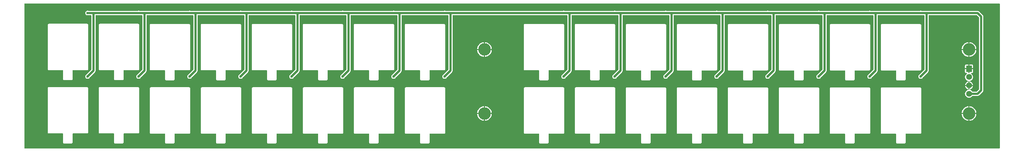
<source format=gbl>
G04 Layer: BottomLayer*
G04 EasyEDA v6.5.34, 2023-08-10 19:30:07*
G04 4c2b3f1c2568491fb8cb17246f5809ed,5a6b42c53f6a479593ecc07194224c93,10*
G04 Gerber Generator version 0.2*
G04 Scale: 100 percent, Rotated: No, Reflected: No *
G04 Dimensions in millimeters *
G04 leading zeros omitted , absolute positions ,4 integer and 5 decimal *
%FSLAX45Y45*%
%MOMM*%

%AMMACRO1*21,1,$1,$2,0,0,$3*%
%ADD10C,0.5000*%
%ADD11C,1.4000*%
%ADD12MACRO1,1.524X1.4X-90.0000*%
%ADD13C,3.0000*%
%ADD14C,0.6096*%
%ADD15C,0.6200*%
%ADD16C,0.0147*%

%LPD*%
G36*
X22896068Y4597908D02*
G01*
X22892156Y4598670D01*
X22888905Y4600905D01*
X22886670Y4604156D01*
X22885908Y4608068D01*
X22885908Y8066531D01*
X22886670Y8070443D01*
X22888905Y8073694D01*
X22892156Y8075930D01*
X22896068Y8076692D01*
X46191932Y8076692D01*
X46195843Y8075930D01*
X46199094Y8073694D01*
X46201330Y8070443D01*
X46202092Y8066531D01*
X46202092Y4608068D01*
X46201330Y4604156D01*
X46199094Y4600905D01*
X46195843Y4598670D01*
X46191932Y4597908D01*
G37*

%LPC*%
G36*
X33708289Y6985050D02*
G01*
X33870900Y6985050D01*
X33870900Y7147712D01*
X33852053Y7145375D01*
X33834425Y7141209D01*
X33817356Y7135266D01*
X33800948Y7127595D01*
X33785403Y7118299D01*
X33770925Y7107428D01*
X33757616Y7095134D01*
X33745678Y7081520D01*
X33735162Y7066737D01*
X33726272Y7050989D01*
X33719008Y7034377D01*
X33713521Y7017156D01*
X33709813Y6999427D01*
G37*
G36*
X40094458Y4714341D02*
G01*
X40264791Y4714341D01*
X40271090Y4715103D01*
X40276576Y4716983D01*
X40281453Y4720082D01*
X40285568Y4724146D01*
X40288616Y4729073D01*
X40290546Y4734509D01*
X40291258Y4740859D01*
X40291258Y4939131D01*
X40292020Y4943043D01*
X40294255Y4946345D01*
X40297506Y4948529D01*
X40301418Y4949291D01*
X40639441Y4949291D01*
X40645740Y4950053D01*
X40651226Y4951933D01*
X40656103Y4955032D01*
X40660218Y4959096D01*
X40663266Y4964023D01*
X40665196Y4969459D01*
X40665908Y4975809D01*
X40665908Y6035090D01*
X40665196Y6041440D01*
X40663266Y6046876D01*
X40660218Y6051804D01*
X40656103Y6055868D01*
X40651226Y6058966D01*
X40645740Y6060846D01*
X40639441Y6061557D01*
X39726158Y6061557D01*
X39719859Y6060846D01*
X39714373Y6058966D01*
X39709496Y6055868D01*
X39705381Y6051804D01*
X39702333Y6046876D01*
X39700403Y6041440D01*
X39699692Y6035090D01*
X39699692Y4975809D01*
X39700403Y4969459D01*
X39702333Y4964023D01*
X39705381Y4959096D01*
X39709496Y4955032D01*
X39714373Y4951933D01*
X39719859Y4950053D01*
X39726158Y4949291D01*
X40057832Y4949291D01*
X40061743Y4948529D01*
X40064994Y4946345D01*
X40067230Y4943043D01*
X40067992Y4939131D01*
X40067992Y4740859D01*
X40068703Y4734509D01*
X40070633Y4729073D01*
X40073681Y4724146D01*
X40077796Y4720082D01*
X40082673Y4716983D01*
X40088159Y4715103D01*
G37*
G36*
X43752058Y4714341D02*
G01*
X43922391Y4714341D01*
X43928690Y4715103D01*
X43934176Y4716983D01*
X43939053Y4720082D01*
X43943168Y4724146D01*
X43946216Y4729073D01*
X43948146Y4734509D01*
X43948858Y4740859D01*
X43948858Y4939131D01*
X43949620Y4943043D01*
X43951855Y4946345D01*
X43955106Y4948529D01*
X43959018Y4949291D01*
X44297041Y4949291D01*
X44303340Y4950053D01*
X44308826Y4951933D01*
X44313703Y4955032D01*
X44317818Y4959096D01*
X44320866Y4964023D01*
X44322796Y4969459D01*
X44323508Y4975809D01*
X44323508Y6035090D01*
X44322796Y6041440D01*
X44320866Y6046876D01*
X44317818Y6051804D01*
X44313703Y6055868D01*
X44308826Y6058966D01*
X44303340Y6060846D01*
X44297041Y6061557D01*
X43383758Y6061557D01*
X43377459Y6060846D01*
X43371973Y6058966D01*
X43367096Y6055868D01*
X43362981Y6051804D01*
X43359933Y6046876D01*
X43358003Y6041440D01*
X43357292Y6035090D01*
X43357292Y4975809D01*
X43358003Y4969459D01*
X43359933Y4964023D01*
X43362981Y4959096D01*
X43367096Y4955032D01*
X43371973Y4951933D01*
X43377459Y4950053D01*
X43383758Y4949291D01*
X43715432Y4949291D01*
X43719343Y4948529D01*
X43722594Y4946345D01*
X43724830Y4943043D01*
X43725592Y4939131D01*
X43725592Y4740859D01*
X43726303Y4734509D01*
X43728233Y4729073D01*
X43731281Y4724146D01*
X43735396Y4720082D01*
X43740273Y4716983D01*
X43745759Y4715103D01*
G37*
G36*
X38875258Y4714341D02*
G01*
X39045591Y4714341D01*
X39051890Y4715103D01*
X39057376Y4716983D01*
X39062253Y4720082D01*
X39066368Y4724146D01*
X39069416Y4729073D01*
X39071346Y4734509D01*
X39072058Y4740859D01*
X39072058Y4939131D01*
X39072820Y4943043D01*
X39075055Y4946345D01*
X39078306Y4948529D01*
X39082218Y4949291D01*
X39420241Y4949291D01*
X39426540Y4950053D01*
X39432026Y4951933D01*
X39436903Y4955032D01*
X39441018Y4959096D01*
X39444066Y4964023D01*
X39445996Y4969459D01*
X39446708Y4975809D01*
X39446708Y6035090D01*
X39445996Y6041440D01*
X39444066Y6046876D01*
X39441018Y6051804D01*
X39436903Y6055868D01*
X39432026Y6058966D01*
X39426540Y6060846D01*
X39420241Y6061557D01*
X38506958Y6061557D01*
X38500659Y6060846D01*
X38495173Y6058966D01*
X38490296Y6055868D01*
X38486181Y6051804D01*
X38483133Y6046876D01*
X38481203Y6041440D01*
X38480492Y6035090D01*
X38480492Y4975809D01*
X38481203Y4969459D01*
X38483133Y4964023D01*
X38486181Y4959096D01*
X38490296Y4955032D01*
X38495173Y4951933D01*
X38500659Y4950053D01*
X38506958Y4949291D01*
X38838632Y4949291D01*
X38842543Y4948529D01*
X38845794Y4946345D01*
X38848030Y4943043D01*
X38848792Y4939131D01*
X38848792Y4740859D01*
X38849503Y4734509D01*
X38851433Y4729073D01*
X38854481Y4724146D01*
X38858596Y4720082D01*
X38863473Y4716983D01*
X38868959Y4715103D01*
G37*
G36*
X42532858Y4714341D02*
G01*
X42703191Y4714341D01*
X42709490Y4715103D01*
X42714976Y4716983D01*
X42719853Y4720082D01*
X42723968Y4724146D01*
X42727016Y4729073D01*
X42728946Y4734509D01*
X42729658Y4740859D01*
X42729658Y4939131D01*
X42730420Y4943043D01*
X42732655Y4946345D01*
X42735906Y4948529D01*
X42739818Y4949291D01*
X43077841Y4949291D01*
X43084140Y4950053D01*
X43089626Y4951933D01*
X43094503Y4955032D01*
X43098618Y4959096D01*
X43101666Y4964023D01*
X43103596Y4969459D01*
X43104308Y4975809D01*
X43104308Y6035090D01*
X43103596Y6041440D01*
X43101666Y6046876D01*
X43098618Y6051804D01*
X43094503Y6055868D01*
X43089626Y6058966D01*
X43084140Y6060846D01*
X43077841Y6061557D01*
X42164558Y6061557D01*
X42158259Y6060846D01*
X42152773Y6058966D01*
X42147896Y6055868D01*
X42143781Y6051804D01*
X42140733Y6046876D01*
X42138803Y6041440D01*
X42138092Y6035090D01*
X42138092Y4975809D01*
X42138803Y4969459D01*
X42140733Y4964023D01*
X42143781Y4959096D01*
X42147896Y4955032D01*
X42152773Y4951933D01*
X42158259Y4950053D01*
X42164558Y4949291D01*
X42496232Y4949291D01*
X42500143Y4948529D01*
X42503394Y4946345D01*
X42505630Y4943043D01*
X42506392Y4939131D01*
X42506392Y4740859D01*
X42507103Y4734509D01*
X42509033Y4729073D01*
X42512081Y4724146D01*
X42516196Y4720082D01*
X42521073Y4716983D01*
X42526559Y4715103D01*
G37*
G36*
X35217658Y4714341D02*
G01*
X35387991Y4714341D01*
X35394290Y4715103D01*
X35399776Y4716983D01*
X35404653Y4720082D01*
X35408768Y4724146D01*
X35411816Y4729073D01*
X35413746Y4734509D01*
X35414458Y4740859D01*
X35414458Y4942332D01*
X35415220Y4946243D01*
X35417455Y4949494D01*
X35420706Y4951730D01*
X35424618Y4952492D01*
X35762641Y4952492D01*
X35768940Y4953203D01*
X35774426Y4955133D01*
X35779303Y4958181D01*
X35783418Y4962296D01*
X35786466Y4967173D01*
X35788396Y4972659D01*
X35789108Y4978958D01*
X35789108Y6038291D01*
X35788396Y6044590D01*
X35786466Y6050076D01*
X35783418Y6054953D01*
X35779303Y6059068D01*
X35774426Y6062116D01*
X35768940Y6064046D01*
X35762641Y6064758D01*
X34849358Y6064758D01*
X34843059Y6064046D01*
X34837573Y6062116D01*
X34832696Y6059068D01*
X34828581Y6054953D01*
X34825533Y6050076D01*
X34823603Y6044590D01*
X34822892Y6038291D01*
X34822892Y4978958D01*
X34823603Y4972659D01*
X34825533Y4967173D01*
X34828581Y4962296D01*
X34832696Y4958181D01*
X34837573Y4955133D01*
X34843059Y4953203D01*
X34849358Y4952492D01*
X35181032Y4952492D01*
X35184943Y4951730D01*
X35188194Y4949494D01*
X35190430Y4946243D01*
X35191192Y4942332D01*
X35191192Y4740859D01*
X35191903Y4734509D01*
X35193833Y4729073D01*
X35196881Y4724146D01*
X35200996Y4720082D01*
X35205873Y4716983D01*
X35211359Y4715103D01*
G37*
G36*
X26276858Y4714341D02*
G01*
X26447191Y4714341D01*
X26453490Y4715103D01*
X26458976Y4716983D01*
X26463853Y4720082D01*
X26467968Y4724146D01*
X26471016Y4729073D01*
X26472946Y4734509D01*
X26473658Y4740859D01*
X26473658Y4942332D01*
X26474420Y4946243D01*
X26476655Y4949494D01*
X26479906Y4951730D01*
X26483818Y4952492D01*
X26821841Y4952492D01*
X26828140Y4953203D01*
X26833626Y4955133D01*
X26838503Y4958181D01*
X26842618Y4962296D01*
X26845666Y4967173D01*
X26847596Y4972659D01*
X26848308Y4978958D01*
X26848308Y6038291D01*
X26847596Y6044590D01*
X26845666Y6050076D01*
X26842618Y6054953D01*
X26838503Y6059068D01*
X26833626Y6062116D01*
X26828140Y6064046D01*
X26821841Y6064758D01*
X25908558Y6064758D01*
X25902259Y6064046D01*
X25896773Y6062116D01*
X25891896Y6059068D01*
X25887781Y6054953D01*
X25884733Y6050076D01*
X25882803Y6044590D01*
X25882092Y6038291D01*
X25882092Y4978958D01*
X25882803Y4972659D01*
X25884733Y4967173D01*
X25887781Y4962296D01*
X25891896Y4958181D01*
X25896773Y4955133D01*
X25902259Y4953203D01*
X25908558Y4952492D01*
X26240232Y4952492D01*
X26244143Y4951730D01*
X26247394Y4949494D01*
X26249630Y4946243D01*
X26250392Y4942332D01*
X26250392Y4740859D01*
X26251103Y4734509D01*
X26253033Y4729073D01*
X26256081Y4724146D01*
X26260196Y4720082D01*
X26265073Y4716983D01*
X26270559Y4715103D01*
G37*
G36*
X28715258Y4714341D02*
G01*
X28885591Y4714341D01*
X28891890Y4715103D01*
X28897376Y4716983D01*
X28902253Y4720082D01*
X28906368Y4724146D01*
X28909416Y4729073D01*
X28911346Y4734509D01*
X28912058Y4740859D01*
X28912058Y4942332D01*
X28912820Y4946243D01*
X28915055Y4949494D01*
X28918306Y4951730D01*
X28922218Y4952492D01*
X29260241Y4952492D01*
X29266540Y4953203D01*
X29272026Y4955133D01*
X29276903Y4958181D01*
X29281018Y4962296D01*
X29284066Y4967173D01*
X29285996Y4972659D01*
X29286708Y4978958D01*
X29286708Y6038291D01*
X29285996Y6044590D01*
X29284066Y6050076D01*
X29281018Y6054953D01*
X29276903Y6059068D01*
X29272026Y6062116D01*
X29266540Y6064046D01*
X29260241Y6064758D01*
X28346958Y6064758D01*
X28340659Y6064046D01*
X28335173Y6062116D01*
X28330296Y6059068D01*
X28326181Y6054953D01*
X28323133Y6050076D01*
X28321203Y6044590D01*
X28320492Y6038291D01*
X28320492Y4978958D01*
X28321203Y4972659D01*
X28323133Y4967173D01*
X28326181Y4962296D01*
X28330296Y4958181D01*
X28335173Y4955133D01*
X28340659Y4953203D01*
X28346958Y4952492D01*
X28678632Y4952492D01*
X28682543Y4951730D01*
X28685794Y4949494D01*
X28688030Y4946243D01*
X28688792Y4942332D01*
X28688792Y4740859D01*
X28689503Y4734509D01*
X28691433Y4729073D01*
X28694481Y4724146D01*
X28698596Y4720082D01*
X28703473Y4716983D01*
X28708959Y4715103D01*
G37*
G36*
X32372858Y4714341D02*
G01*
X32543191Y4714341D01*
X32549490Y4715103D01*
X32554976Y4716983D01*
X32559853Y4720082D01*
X32563968Y4724146D01*
X32567016Y4729073D01*
X32568946Y4734509D01*
X32569658Y4740859D01*
X32569658Y4942332D01*
X32570420Y4946243D01*
X32572655Y4949494D01*
X32575906Y4951730D01*
X32579818Y4952492D01*
X32917841Y4952492D01*
X32924140Y4953203D01*
X32929626Y4955133D01*
X32934503Y4958181D01*
X32938618Y4962296D01*
X32941666Y4967173D01*
X32943596Y4972659D01*
X32944308Y4978958D01*
X32944308Y6038291D01*
X32943596Y6044590D01*
X32941666Y6050076D01*
X32938618Y6054953D01*
X32934503Y6059068D01*
X32929626Y6062116D01*
X32924140Y6064046D01*
X32917841Y6064758D01*
X32004558Y6064758D01*
X31998259Y6064046D01*
X31992773Y6062116D01*
X31987896Y6059068D01*
X31983781Y6054953D01*
X31980733Y6050076D01*
X31978803Y6044590D01*
X31978092Y6038291D01*
X31978092Y4978958D01*
X31978803Y4972659D01*
X31980733Y4967173D01*
X31983781Y4962296D01*
X31987896Y4958181D01*
X31992773Y4955133D01*
X31998259Y4953203D01*
X32004558Y4952492D01*
X32336232Y4952492D01*
X32340143Y4951730D01*
X32343394Y4949494D01*
X32345630Y4946243D01*
X32346392Y4942332D01*
X32346392Y4740859D01*
X32347103Y4734509D01*
X32349033Y4729073D01*
X32352081Y4724146D01*
X32356196Y4720082D01*
X32361073Y4716983D01*
X32366559Y4715103D01*
G37*
G36*
X27496058Y4714341D02*
G01*
X27666391Y4714341D01*
X27672690Y4715103D01*
X27678176Y4716983D01*
X27683053Y4720082D01*
X27687168Y4724146D01*
X27690216Y4729073D01*
X27692146Y4734509D01*
X27692858Y4740859D01*
X27692858Y4942332D01*
X27693620Y4946243D01*
X27695855Y4949494D01*
X27699106Y4951730D01*
X27703018Y4952492D01*
X28041041Y4952492D01*
X28047340Y4953203D01*
X28052826Y4955133D01*
X28057703Y4958181D01*
X28061818Y4962296D01*
X28064866Y4967173D01*
X28066796Y4972659D01*
X28067508Y4978958D01*
X28067508Y6038291D01*
X28066796Y6044590D01*
X28064866Y6050076D01*
X28061818Y6054953D01*
X28057703Y6059068D01*
X28052826Y6062116D01*
X28047340Y6064046D01*
X28041041Y6064758D01*
X27127758Y6064758D01*
X27121459Y6064046D01*
X27115973Y6062116D01*
X27111096Y6059068D01*
X27106981Y6054953D01*
X27103933Y6050076D01*
X27102003Y6044590D01*
X27101292Y6038291D01*
X27101292Y4978958D01*
X27102003Y4972659D01*
X27103933Y4967173D01*
X27106981Y4962296D01*
X27111096Y4958181D01*
X27115973Y4955133D01*
X27121459Y4953203D01*
X27127758Y4952492D01*
X27459432Y4952492D01*
X27463343Y4951730D01*
X27466594Y4949494D01*
X27468830Y4946243D01*
X27469592Y4942332D01*
X27469592Y4740859D01*
X27470303Y4734509D01*
X27472233Y4729073D01*
X27475281Y4724146D01*
X27479396Y4720082D01*
X27484273Y4716983D01*
X27489759Y4715103D01*
G37*
G36*
X31153658Y4714341D02*
G01*
X31323991Y4714341D01*
X31330290Y4715103D01*
X31335776Y4716983D01*
X31340653Y4720082D01*
X31344768Y4724146D01*
X31347816Y4729073D01*
X31349746Y4734509D01*
X31350458Y4740859D01*
X31350458Y4942332D01*
X31351220Y4946243D01*
X31353455Y4949494D01*
X31356706Y4951730D01*
X31360618Y4952492D01*
X31698641Y4952492D01*
X31704940Y4953203D01*
X31710426Y4955133D01*
X31715303Y4958181D01*
X31719418Y4962296D01*
X31722466Y4967173D01*
X31724396Y4972659D01*
X31725108Y4978958D01*
X31725108Y6038291D01*
X31724396Y6044590D01*
X31722466Y6050076D01*
X31719418Y6054953D01*
X31715303Y6059068D01*
X31710426Y6062116D01*
X31704940Y6064046D01*
X31698641Y6064758D01*
X30785358Y6064758D01*
X30779059Y6064046D01*
X30773573Y6062116D01*
X30768696Y6059068D01*
X30764581Y6054953D01*
X30761533Y6050076D01*
X30759603Y6044590D01*
X30758892Y6038291D01*
X30758892Y4978958D01*
X30759603Y4972659D01*
X30761533Y4967173D01*
X30764581Y4962296D01*
X30768696Y4958181D01*
X30773573Y4955133D01*
X30779059Y4953203D01*
X30785358Y4952492D01*
X31117032Y4952492D01*
X31120943Y4951730D01*
X31124194Y4949494D01*
X31126430Y4946243D01*
X31127192Y4942332D01*
X31127192Y4740859D01*
X31127903Y4734509D01*
X31129833Y4729073D01*
X31132881Y4724146D01*
X31136996Y4720082D01*
X31141873Y4716983D01*
X31147359Y4715103D01*
G37*
G36*
X29934458Y4714341D02*
G01*
X30104791Y4714341D01*
X30111090Y4715103D01*
X30116576Y4716983D01*
X30121453Y4720082D01*
X30125568Y4724146D01*
X30128616Y4729073D01*
X30130546Y4734509D01*
X30131258Y4740859D01*
X30131258Y4942332D01*
X30132020Y4946243D01*
X30134255Y4949494D01*
X30137506Y4951730D01*
X30141418Y4952492D01*
X30479441Y4952492D01*
X30485740Y4953203D01*
X30491226Y4955133D01*
X30496103Y4958181D01*
X30500218Y4962296D01*
X30503266Y4967173D01*
X30505196Y4972659D01*
X30505908Y4978958D01*
X30505908Y6038291D01*
X30505196Y6044590D01*
X30503266Y6050076D01*
X30500218Y6054953D01*
X30496103Y6059068D01*
X30491226Y6062116D01*
X30485740Y6064046D01*
X30479441Y6064758D01*
X29566158Y6064758D01*
X29559859Y6064046D01*
X29554373Y6062116D01*
X29549496Y6059068D01*
X29545381Y6054953D01*
X29542333Y6050076D01*
X29540403Y6044590D01*
X29539692Y6038291D01*
X29539692Y4978958D01*
X29540403Y4972659D01*
X29542333Y4967173D01*
X29545381Y4962296D01*
X29549496Y4958181D01*
X29554373Y4955133D01*
X29559859Y4953203D01*
X29566158Y4952492D01*
X29897832Y4952492D01*
X29901743Y4951730D01*
X29904994Y4949494D01*
X29907230Y4946243D01*
X29907992Y4942332D01*
X29907992Y4740859D01*
X29908703Y4734509D01*
X29910633Y4729073D01*
X29913681Y4724146D01*
X29917796Y4720082D01*
X29922673Y4716983D01*
X29928159Y4715103D01*
G37*
G36*
X36436858Y4714341D02*
G01*
X36607191Y4714341D01*
X36613490Y4715103D01*
X36618976Y4716983D01*
X36623853Y4720082D01*
X36627968Y4724146D01*
X36631016Y4729073D01*
X36632946Y4734509D01*
X36633658Y4740859D01*
X36633658Y4942332D01*
X36634420Y4946243D01*
X36636655Y4949494D01*
X36639906Y4951730D01*
X36643818Y4952492D01*
X36981841Y4952492D01*
X36988140Y4953203D01*
X36993626Y4955133D01*
X36998503Y4958181D01*
X37002618Y4962296D01*
X37005666Y4967173D01*
X37007596Y4972659D01*
X37008308Y4978958D01*
X37008308Y6038291D01*
X37007596Y6044590D01*
X37005666Y6050076D01*
X37002618Y6054953D01*
X36998503Y6059068D01*
X36993626Y6062116D01*
X36988140Y6064046D01*
X36981841Y6064758D01*
X36068558Y6064758D01*
X36062259Y6064046D01*
X36056773Y6062116D01*
X36051896Y6059068D01*
X36047781Y6054953D01*
X36044733Y6050076D01*
X36042803Y6044590D01*
X36042092Y6038291D01*
X36042092Y4978958D01*
X36042803Y4972659D01*
X36044733Y4967173D01*
X36047781Y4962296D01*
X36051896Y4958181D01*
X36056773Y4955133D01*
X36062259Y4953203D01*
X36068558Y4952492D01*
X36400232Y4952492D01*
X36404143Y4951730D01*
X36407394Y4949494D01*
X36409630Y4946243D01*
X36410392Y4942332D01*
X36410392Y4740859D01*
X36411103Y4734509D01*
X36413033Y4729073D01*
X36416081Y4724146D01*
X36420196Y4720082D01*
X36425073Y4716983D01*
X36430559Y4715103D01*
G37*
G36*
X25057658Y4714341D02*
G01*
X25227991Y4714341D01*
X25234290Y4715103D01*
X25239776Y4716983D01*
X25244653Y4720082D01*
X25248768Y4724146D01*
X25251816Y4729073D01*
X25253746Y4734509D01*
X25254458Y4740859D01*
X25254458Y4945481D01*
X25255220Y4949393D01*
X25257455Y4952695D01*
X25260706Y4954879D01*
X25264618Y4955641D01*
X25602641Y4955641D01*
X25608940Y4956403D01*
X25614426Y4958283D01*
X25619303Y4961382D01*
X25623418Y4965446D01*
X25626466Y4970373D01*
X25628396Y4975809D01*
X25629108Y4982159D01*
X25629108Y6041440D01*
X25628396Y6047790D01*
X25626466Y6053226D01*
X25623418Y6058154D01*
X25619303Y6062218D01*
X25614426Y6065316D01*
X25608940Y6067196D01*
X25602641Y6067907D01*
X24689358Y6067907D01*
X24683059Y6067196D01*
X24677573Y6065316D01*
X24672696Y6062218D01*
X24668581Y6058154D01*
X24665533Y6053226D01*
X24663603Y6047790D01*
X24662892Y6041440D01*
X24662892Y4982159D01*
X24663603Y4975809D01*
X24665533Y4970373D01*
X24668581Y4965446D01*
X24672696Y4961382D01*
X24677573Y4958283D01*
X24683059Y4956403D01*
X24689358Y4955641D01*
X25021032Y4955641D01*
X25024943Y4954879D01*
X25028194Y4952695D01*
X25030430Y4949393D01*
X25031192Y4945481D01*
X25031192Y4740859D01*
X25031903Y4734509D01*
X25033833Y4729073D01*
X25036881Y4724146D01*
X25040996Y4720082D01*
X25045873Y4716983D01*
X25051359Y4715103D01*
G37*
G36*
X23838458Y4714341D02*
G01*
X24008791Y4714341D01*
X24015090Y4715103D01*
X24020576Y4716983D01*
X24025453Y4720082D01*
X24029568Y4724146D01*
X24032616Y4729073D01*
X24034546Y4734509D01*
X24035258Y4740859D01*
X24035258Y4945481D01*
X24036020Y4949393D01*
X24038255Y4952695D01*
X24041506Y4954879D01*
X24045418Y4955641D01*
X24383441Y4955641D01*
X24389740Y4956403D01*
X24395226Y4958283D01*
X24400103Y4961382D01*
X24404218Y4965446D01*
X24407266Y4970373D01*
X24409196Y4975809D01*
X24409908Y4982159D01*
X24409908Y6041440D01*
X24409196Y6047790D01*
X24407266Y6053226D01*
X24404218Y6058154D01*
X24400103Y6062218D01*
X24395226Y6065316D01*
X24389740Y6067196D01*
X24383441Y6067907D01*
X23470158Y6067907D01*
X23463859Y6067196D01*
X23458373Y6065316D01*
X23453496Y6062218D01*
X23449381Y6058154D01*
X23446333Y6053226D01*
X23444403Y6047790D01*
X23443692Y6041440D01*
X23443692Y4982159D01*
X23444403Y4975809D01*
X23446333Y4970373D01*
X23449381Y4965446D01*
X23453496Y4961382D01*
X23458373Y4958283D01*
X23463859Y4956403D01*
X23470158Y4955641D01*
X23801832Y4955641D01*
X23805743Y4954879D01*
X23808994Y4952695D01*
X23811230Y4949393D01*
X23811992Y4945481D01*
X23811992Y4740859D01*
X23812703Y4734509D01*
X23814633Y4729073D01*
X23817681Y4724146D01*
X23821796Y4720082D01*
X23826673Y4716983D01*
X23832159Y4715103D01*
G37*
G36*
X33870036Y5260238D02*
G01*
X33870900Y5260238D01*
X33870900Y5422950D01*
X33708289Y5422950D01*
X33709813Y5408574D01*
X33713521Y5390845D01*
X33719008Y5373573D01*
X33726272Y5356961D01*
X33735162Y5341213D01*
X33745678Y5326481D01*
X33757616Y5312867D01*
X33770925Y5300573D01*
X33785403Y5289702D01*
X33800948Y5280355D01*
X33817356Y5272684D01*
X33834425Y5266740D01*
X33852053Y5262575D01*
G37*
G36*
X45453300Y5260238D02*
G01*
X45453300Y5422950D01*
X45290689Y5422950D01*
X45292213Y5408574D01*
X45295921Y5390845D01*
X45301408Y5373573D01*
X45308672Y5357012D01*
X45317562Y5341264D01*
X45328078Y5326481D01*
X45340016Y5312867D01*
X45353325Y5300573D01*
X45367803Y5289702D01*
X45383348Y5280406D01*
X45399756Y5272735D01*
X45416825Y5266740D01*
X45434453Y5262626D01*
G37*
G36*
X33896300Y5260441D02*
G01*
X33906206Y5261203D01*
X33923986Y5264454D01*
X33941410Y5269484D01*
X33958174Y5276342D01*
X33974125Y5284825D01*
X33989162Y5294934D01*
X34003081Y5306517D01*
X34015730Y5319522D01*
X34026957Y5333695D01*
X34036660Y5348986D01*
X34044788Y5365191D01*
X34051138Y5382158D01*
X34055761Y5399633D01*
X34058555Y5417566D01*
X34058860Y5422950D01*
X33896300Y5422950D01*
G37*
G36*
X45478700Y5260441D02*
G01*
X45488606Y5261203D01*
X45506386Y5264454D01*
X45523810Y5269534D01*
X45540574Y5276342D01*
X45556525Y5284825D01*
X45571562Y5294934D01*
X45585481Y5306568D01*
X45598130Y5319522D01*
X45609357Y5333746D01*
X45619060Y5348986D01*
X45627188Y5365191D01*
X45633538Y5382158D01*
X45638161Y5399684D01*
X45640955Y5417566D01*
X45641260Y5422950D01*
X45478700Y5422950D01*
G37*
G36*
X33896300Y5448350D02*
G01*
X34058860Y5448350D01*
X34058555Y5453735D01*
X34055761Y5471617D01*
X34051138Y5489143D01*
X34044788Y5506059D01*
X34036660Y5522264D01*
X34026957Y5537555D01*
X34015730Y5551728D01*
X34003081Y5564733D01*
X33989162Y5576316D01*
X33974125Y5586425D01*
X33958174Y5594959D01*
X33941410Y5601766D01*
X33923986Y5606796D01*
X33906206Y5610047D01*
X33896300Y5610809D01*
G37*
G36*
X45478700Y5448350D02*
G01*
X45641260Y5448350D01*
X45640955Y5453735D01*
X45638161Y5471617D01*
X45633538Y5489143D01*
X45627188Y5506059D01*
X45619060Y5522264D01*
X45609357Y5537555D01*
X45598130Y5551779D01*
X45585481Y5564733D01*
X45571562Y5576316D01*
X45556525Y5586425D01*
X45540574Y5594959D01*
X45523810Y5601766D01*
X45506386Y5606846D01*
X45488606Y5610098D01*
X45478700Y5610860D01*
G37*
G36*
X33708289Y5448350D02*
G01*
X33870900Y5448350D01*
X33870900Y5611012D01*
X33852053Y5608675D01*
X33834425Y5604510D01*
X33817356Y5598566D01*
X33800948Y5590895D01*
X33785403Y5581548D01*
X33770925Y5570677D01*
X33757616Y5558383D01*
X33745678Y5544769D01*
X33735162Y5530037D01*
X33726272Y5514289D01*
X33719008Y5497677D01*
X33713521Y5480405D01*
X33709813Y5462676D01*
G37*
G36*
X45290689Y5448350D02*
G01*
X45453300Y5448350D01*
X45453300Y5611012D01*
X45434453Y5608675D01*
X45416825Y5604510D01*
X45399756Y5598566D01*
X45383348Y5590895D01*
X45367803Y5581599D01*
X45353325Y5570728D01*
X45340016Y5558434D01*
X45328078Y5544820D01*
X45317562Y5530037D01*
X45308672Y5514289D01*
X45301408Y5497677D01*
X45295921Y5480456D01*
X45292213Y5462727D01*
G37*
G36*
X45466000Y5814415D02*
G01*
X45479055Y5815330D01*
X45491857Y5817971D01*
X45504201Y5822340D01*
X45515834Y5828385D01*
X45526502Y5835904D01*
X45536053Y5844844D01*
X45544841Y5855665D01*
X45548346Y5858408D01*
X45552715Y5859424D01*
X45673822Y5859424D01*
X45678445Y5859627D01*
X45682865Y5860186D01*
X45687183Y5861151D01*
X45691450Y5862472D01*
X45695514Y5864199D01*
X45699476Y5866231D01*
X45703236Y5868619D01*
X45706741Y5871311D01*
X45710195Y5874461D01*
X45793964Y5958230D01*
X45797114Y5961684D01*
X45799806Y5965190D01*
X45802194Y5968949D01*
X45804226Y5972911D01*
X45805953Y5976975D01*
X45807274Y5981242D01*
X45808239Y5985560D01*
X45808798Y5989980D01*
X45809001Y5994603D01*
X45809001Y7759496D01*
X45808798Y7764119D01*
X45808239Y7768539D01*
X45807274Y7772857D01*
X45805953Y7777124D01*
X45804226Y7781188D01*
X45802194Y7785150D01*
X45799806Y7788909D01*
X45797114Y7792415D01*
X45793964Y7795869D01*
X45705369Y7884464D01*
X45701915Y7887614D01*
X45698410Y7890306D01*
X45694650Y7892694D01*
X45690688Y7894726D01*
X45686624Y7896453D01*
X45682357Y7897774D01*
X45678039Y7898739D01*
X45673619Y7899298D01*
X45668996Y7899501D01*
X44336208Y7899501D01*
X44331890Y7900466D01*
X44329553Y7901533D01*
X44320104Y7904073D01*
X44310300Y7904937D01*
X44300495Y7904073D01*
X44291046Y7901533D01*
X44288710Y7900466D01*
X44284392Y7899501D01*
X43117008Y7899501D01*
X43112690Y7900466D01*
X43110353Y7901533D01*
X43100904Y7904073D01*
X43091100Y7904937D01*
X43081295Y7904073D01*
X43071846Y7901533D01*
X43069510Y7900466D01*
X43065192Y7899501D01*
X41897808Y7899501D01*
X41893490Y7900466D01*
X41891153Y7901533D01*
X41881704Y7904073D01*
X41871900Y7904937D01*
X41862095Y7904073D01*
X41852646Y7901533D01*
X41850310Y7900466D01*
X41845992Y7899501D01*
X40678608Y7899501D01*
X40674290Y7900466D01*
X40671953Y7901533D01*
X40662504Y7904073D01*
X40652700Y7904937D01*
X40642895Y7904073D01*
X40633446Y7901533D01*
X40631110Y7900466D01*
X40626792Y7899501D01*
X39459408Y7899501D01*
X39455090Y7900466D01*
X39452753Y7901533D01*
X39443304Y7904073D01*
X39433500Y7904937D01*
X39423695Y7904073D01*
X39414246Y7901533D01*
X39411910Y7900466D01*
X39407592Y7899501D01*
X38240208Y7899501D01*
X38235890Y7900466D01*
X38233553Y7901533D01*
X38224104Y7904073D01*
X38214300Y7904937D01*
X38204495Y7904073D01*
X38195046Y7901533D01*
X38192710Y7900466D01*
X38188392Y7899501D01*
X37021008Y7899501D01*
X37016690Y7900466D01*
X37014353Y7901533D01*
X37004904Y7904073D01*
X36995100Y7904937D01*
X36985295Y7904073D01*
X36975846Y7901533D01*
X36973510Y7900466D01*
X36969192Y7899501D01*
X35801808Y7899501D01*
X35797490Y7900466D01*
X35795153Y7901533D01*
X35785704Y7904073D01*
X35775900Y7904937D01*
X35766095Y7904073D01*
X35756646Y7901533D01*
X35754310Y7900466D01*
X35749992Y7899501D01*
X32957008Y7899501D01*
X32952689Y7900466D01*
X32950353Y7901533D01*
X32940904Y7904073D01*
X32931100Y7904937D01*
X32921295Y7904073D01*
X32911846Y7901533D01*
X32909510Y7900466D01*
X32905192Y7899501D01*
X31737808Y7899501D01*
X31733489Y7900466D01*
X31731153Y7901533D01*
X31721704Y7904073D01*
X31711900Y7904937D01*
X31702095Y7904073D01*
X31692646Y7901533D01*
X31690310Y7900466D01*
X31685992Y7899501D01*
X30518608Y7899501D01*
X30514289Y7900466D01*
X30511953Y7901533D01*
X30502504Y7904073D01*
X30492700Y7904937D01*
X30482895Y7904073D01*
X30473446Y7901533D01*
X30471110Y7900466D01*
X30466792Y7899501D01*
X29299408Y7899501D01*
X29295089Y7900466D01*
X29292753Y7901533D01*
X29283304Y7904073D01*
X29273500Y7904937D01*
X29263695Y7904073D01*
X29254246Y7901533D01*
X29251910Y7900466D01*
X29247592Y7899501D01*
X28080208Y7899501D01*
X28075889Y7900466D01*
X28073553Y7901533D01*
X28064104Y7904073D01*
X28054300Y7904937D01*
X28044495Y7904073D01*
X28035046Y7901533D01*
X28032710Y7900466D01*
X28028392Y7899501D01*
X26861008Y7899501D01*
X26856689Y7900466D01*
X26854353Y7901533D01*
X26844904Y7904073D01*
X26835100Y7904937D01*
X26825295Y7904073D01*
X26815846Y7901533D01*
X26813510Y7900466D01*
X26809192Y7899501D01*
X25641808Y7899501D01*
X25637490Y7900466D01*
X25635153Y7901533D01*
X25625704Y7904073D01*
X25615900Y7904937D01*
X25606095Y7904073D01*
X25596646Y7901533D01*
X25594310Y7900466D01*
X25589992Y7899501D01*
X24422608Y7899501D01*
X24418290Y7900466D01*
X24415953Y7901533D01*
X24406504Y7904073D01*
X24396700Y7904937D01*
X24386895Y7904073D01*
X24377446Y7901533D01*
X24368506Y7897418D01*
X24360479Y7891780D01*
X24353520Y7884820D01*
X24347881Y7876794D01*
X24343766Y7867853D01*
X24341226Y7858404D01*
X24340362Y7848600D01*
X24341226Y7838795D01*
X24343766Y7829346D01*
X24347881Y7820406D01*
X24353520Y7812379D01*
X24360479Y7805420D01*
X24368506Y7799781D01*
X24377446Y7795666D01*
X24386895Y7793126D01*
X24396700Y7792262D01*
X24406504Y7793126D01*
X24415953Y7795666D01*
X24418290Y7796733D01*
X24422608Y7797698D01*
X24475338Y7797698D01*
X24479199Y7796936D01*
X24482501Y7794701D01*
X24484736Y7791399D01*
X24485498Y7787538D01*
X24485498Y6489598D01*
X24484736Y6485686D01*
X24482501Y6482435D01*
X24379123Y6379006D01*
X24376227Y6376974D01*
X24368506Y6373418D01*
X24360479Y6367780D01*
X24353520Y6360820D01*
X24347881Y6352794D01*
X24343766Y6343853D01*
X24341226Y6334404D01*
X24340362Y6324600D01*
X24341226Y6314795D01*
X24343766Y6305346D01*
X24347881Y6296406D01*
X24353520Y6288379D01*
X24360479Y6281420D01*
X24368506Y6275781D01*
X24377446Y6271666D01*
X24386895Y6269126D01*
X24396700Y6268262D01*
X24406504Y6269126D01*
X24415953Y6271666D01*
X24424894Y6275781D01*
X24432920Y6281420D01*
X24439880Y6288379D01*
X24445518Y6296406D01*
X24449074Y6304127D01*
X24451106Y6307023D01*
X24572264Y6428130D01*
X24575414Y6431584D01*
X24578106Y6435090D01*
X24580494Y6438849D01*
X24582526Y6442811D01*
X24584253Y6446875D01*
X24585574Y6451142D01*
X24586539Y6455460D01*
X24587098Y6459880D01*
X24587301Y6464503D01*
X24587301Y7787538D01*
X24588063Y7791399D01*
X24590298Y7794701D01*
X24593600Y7796936D01*
X24597461Y7797698D01*
X25589992Y7797698D01*
X25594310Y7796733D01*
X25596646Y7795666D01*
X25606095Y7793126D01*
X25615900Y7792262D01*
X25625704Y7793126D01*
X25635153Y7795666D01*
X25637490Y7796733D01*
X25641808Y7797698D01*
X25694538Y7797698D01*
X25698399Y7796936D01*
X25701701Y7794701D01*
X25703936Y7791399D01*
X25704698Y7787538D01*
X25704698Y6489598D01*
X25703936Y6485686D01*
X25701701Y6482435D01*
X25598323Y6379006D01*
X25595427Y6376974D01*
X25587706Y6373418D01*
X25579679Y6367780D01*
X25572720Y6360820D01*
X25567081Y6352794D01*
X25562966Y6343853D01*
X25560426Y6334404D01*
X25559562Y6324600D01*
X25560426Y6314795D01*
X25562966Y6305346D01*
X25567081Y6296406D01*
X25572720Y6288379D01*
X25579679Y6281420D01*
X25587706Y6275781D01*
X25596646Y6271666D01*
X25606095Y6269126D01*
X25615900Y6268262D01*
X25625704Y6269126D01*
X25635153Y6271666D01*
X25644094Y6275781D01*
X25652120Y6281420D01*
X25659080Y6288379D01*
X25664718Y6296406D01*
X25668274Y6304127D01*
X25670306Y6307023D01*
X25791464Y6428130D01*
X25794614Y6431584D01*
X25797306Y6435090D01*
X25799694Y6438849D01*
X25801726Y6442811D01*
X25803453Y6446875D01*
X25804774Y6451142D01*
X25805739Y6455460D01*
X25806298Y6459880D01*
X25806501Y6464503D01*
X25806501Y7787538D01*
X25807263Y7791399D01*
X25809498Y7794701D01*
X25812800Y7796936D01*
X25816661Y7797698D01*
X26809192Y7797698D01*
X26813510Y7796733D01*
X26815846Y7795666D01*
X26825295Y7793126D01*
X26835100Y7792262D01*
X26844904Y7793126D01*
X26854353Y7795666D01*
X26856689Y7796733D01*
X26861008Y7797698D01*
X26913738Y7797698D01*
X26917599Y7796936D01*
X26920901Y7794701D01*
X26923136Y7791399D01*
X26923898Y7787538D01*
X26923898Y6489598D01*
X26923136Y6485686D01*
X26920901Y6482435D01*
X26817523Y6379006D01*
X26814627Y6376974D01*
X26806906Y6373418D01*
X26798879Y6367780D01*
X26791920Y6360820D01*
X26786281Y6352794D01*
X26782166Y6343853D01*
X26779626Y6334404D01*
X26778762Y6324600D01*
X26779626Y6314795D01*
X26782166Y6305346D01*
X26786281Y6296406D01*
X26791920Y6288379D01*
X26798879Y6281420D01*
X26806906Y6275781D01*
X26815846Y6271666D01*
X26825295Y6269126D01*
X26835100Y6268262D01*
X26844904Y6269126D01*
X26854353Y6271666D01*
X26863294Y6275781D01*
X26871320Y6281420D01*
X26878280Y6288379D01*
X26883918Y6296406D01*
X26887474Y6304127D01*
X26889506Y6307023D01*
X27010664Y6428130D01*
X27013814Y6431584D01*
X27016506Y6435090D01*
X27018894Y6438849D01*
X27020926Y6442811D01*
X27022653Y6446875D01*
X27023974Y6451142D01*
X27024939Y6455460D01*
X27025498Y6459880D01*
X27025701Y6464503D01*
X27025701Y7787538D01*
X27026463Y7791399D01*
X27028698Y7794701D01*
X27032000Y7796936D01*
X27035861Y7797698D01*
X28028392Y7797698D01*
X28032710Y7796733D01*
X28035046Y7795666D01*
X28044495Y7793126D01*
X28054300Y7792262D01*
X28064104Y7793126D01*
X28073553Y7795666D01*
X28075889Y7796733D01*
X28080208Y7797698D01*
X28132938Y7797698D01*
X28136799Y7796936D01*
X28140101Y7794701D01*
X28142336Y7791399D01*
X28143098Y7787538D01*
X28143098Y6489598D01*
X28142336Y6485686D01*
X28140101Y6482435D01*
X28036723Y6379006D01*
X28033827Y6376974D01*
X28026106Y6373418D01*
X28018079Y6367780D01*
X28011120Y6360820D01*
X28005481Y6352794D01*
X28001366Y6343853D01*
X27998826Y6334404D01*
X27997962Y6324600D01*
X27998826Y6314795D01*
X28001366Y6305346D01*
X28005481Y6296406D01*
X28011120Y6288379D01*
X28018079Y6281420D01*
X28026106Y6275781D01*
X28035046Y6271666D01*
X28044495Y6269126D01*
X28054300Y6268262D01*
X28064104Y6269126D01*
X28073553Y6271666D01*
X28082494Y6275781D01*
X28090520Y6281420D01*
X28097480Y6288379D01*
X28103118Y6296406D01*
X28106674Y6304127D01*
X28108706Y6307023D01*
X28229864Y6428130D01*
X28233014Y6431584D01*
X28235706Y6435090D01*
X28238094Y6438849D01*
X28240126Y6442811D01*
X28241853Y6446875D01*
X28243174Y6451142D01*
X28244139Y6455460D01*
X28244698Y6459880D01*
X28244901Y6464503D01*
X28244901Y7787538D01*
X28245663Y7791399D01*
X28247898Y7794701D01*
X28251200Y7796936D01*
X28255061Y7797698D01*
X29247592Y7797698D01*
X29251910Y7796733D01*
X29254246Y7795666D01*
X29263695Y7793126D01*
X29273500Y7792262D01*
X29283304Y7793126D01*
X29292753Y7795666D01*
X29295089Y7796733D01*
X29299408Y7797698D01*
X29352138Y7797698D01*
X29355999Y7796936D01*
X29359301Y7794701D01*
X29361536Y7791399D01*
X29362298Y7787538D01*
X29362298Y6489598D01*
X29361536Y6485686D01*
X29359301Y6482435D01*
X29255923Y6379006D01*
X29253027Y6376974D01*
X29245306Y6373418D01*
X29237279Y6367780D01*
X29230320Y6360820D01*
X29224681Y6352794D01*
X29220566Y6343853D01*
X29218026Y6334404D01*
X29217162Y6324600D01*
X29218026Y6314795D01*
X29220566Y6305346D01*
X29224681Y6296406D01*
X29230320Y6288379D01*
X29237279Y6281420D01*
X29245306Y6275781D01*
X29254246Y6271666D01*
X29263695Y6269126D01*
X29273500Y6268262D01*
X29283304Y6269126D01*
X29292753Y6271666D01*
X29301694Y6275781D01*
X29309720Y6281420D01*
X29316680Y6288379D01*
X29322318Y6296406D01*
X29325874Y6304127D01*
X29327906Y6307023D01*
X29449064Y6428130D01*
X29452214Y6431584D01*
X29454906Y6435090D01*
X29457294Y6438849D01*
X29459326Y6442811D01*
X29461053Y6446875D01*
X29462374Y6451142D01*
X29463339Y6455460D01*
X29463898Y6459880D01*
X29464101Y6464503D01*
X29464101Y7787538D01*
X29464863Y7791399D01*
X29467098Y7794701D01*
X29470400Y7796936D01*
X29474261Y7797698D01*
X30466792Y7797698D01*
X30471110Y7796733D01*
X30473446Y7795666D01*
X30482895Y7793126D01*
X30492700Y7792262D01*
X30502504Y7793126D01*
X30511953Y7795666D01*
X30514289Y7796733D01*
X30518608Y7797698D01*
X30571338Y7797698D01*
X30575199Y7796936D01*
X30578501Y7794701D01*
X30580736Y7791399D01*
X30581498Y7787538D01*
X30581498Y6489598D01*
X30580736Y6485686D01*
X30578501Y6482435D01*
X30475123Y6379006D01*
X30472227Y6376974D01*
X30464506Y6373418D01*
X30456479Y6367780D01*
X30449520Y6360820D01*
X30443881Y6352794D01*
X30439766Y6343853D01*
X30437226Y6334404D01*
X30436362Y6324600D01*
X30437226Y6314795D01*
X30439766Y6305346D01*
X30443881Y6296406D01*
X30449520Y6288379D01*
X30456479Y6281420D01*
X30464506Y6275781D01*
X30473446Y6271666D01*
X30482895Y6269126D01*
X30492700Y6268262D01*
X30502504Y6269126D01*
X30511953Y6271666D01*
X30520894Y6275781D01*
X30528920Y6281420D01*
X30535880Y6288379D01*
X30541518Y6296406D01*
X30545074Y6304127D01*
X30547106Y6307023D01*
X30668264Y6428130D01*
X30671414Y6431584D01*
X30674106Y6435090D01*
X30676494Y6438849D01*
X30678526Y6442811D01*
X30680253Y6446875D01*
X30681574Y6451142D01*
X30682539Y6455460D01*
X30683098Y6459880D01*
X30683301Y6464503D01*
X30683301Y7787538D01*
X30684063Y7791399D01*
X30686298Y7794701D01*
X30689600Y7796936D01*
X30693461Y7797698D01*
X31685992Y7797698D01*
X31690310Y7796733D01*
X31692646Y7795666D01*
X31702095Y7793126D01*
X31711900Y7792262D01*
X31721704Y7793126D01*
X31731153Y7795666D01*
X31733489Y7796733D01*
X31737808Y7797698D01*
X31790538Y7797698D01*
X31794399Y7796936D01*
X31797701Y7794701D01*
X31799936Y7791399D01*
X31800698Y7787538D01*
X31800698Y6489598D01*
X31799936Y6485686D01*
X31797701Y6482435D01*
X31694323Y6379006D01*
X31691427Y6376974D01*
X31683706Y6373418D01*
X31675679Y6367780D01*
X31668720Y6360820D01*
X31663081Y6352794D01*
X31658966Y6343853D01*
X31656426Y6334404D01*
X31655562Y6324600D01*
X31656426Y6314795D01*
X31658966Y6305346D01*
X31663081Y6296406D01*
X31668720Y6288379D01*
X31675679Y6281420D01*
X31683706Y6275781D01*
X31692646Y6271666D01*
X31702095Y6269126D01*
X31711900Y6268262D01*
X31721704Y6269126D01*
X31731153Y6271666D01*
X31740094Y6275781D01*
X31748120Y6281420D01*
X31755080Y6288379D01*
X31760718Y6296406D01*
X31764274Y6304127D01*
X31766306Y6307023D01*
X31887464Y6428130D01*
X31890614Y6431584D01*
X31893306Y6435090D01*
X31895694Y6438849D01*
X31897726Y6442811D01*
X31899453Y6446875D01*
X31900774Y6451142D01*
X31901739Y6455460D01*
X31902298Y6459880D01*
X31902501Y6464503D01*
X31902501Y7787538D01*
X31903263Y7791399D01*
X31905498Y7794701D01*
X31908800Y7796936D01*
X31912661Y7797698D01*
X32905192Y7797698D01*
X32909510Y7796733D01*
X32911846Y7795666D01*
X32921295Y7793126D01*
X32931100Y7792262D01*
X32940904Y7793126D01*
X32950353Y7795666D01*
X32952689Y7796733D01*
X32957008Y7797698D01*
X33009738Y7797698D01*
X33013599Y7796936D01*
X33016901Y7794701D01*
X33019136Y7791399D01*
X33019898Y7787538D01*
X33019898Y6489598D01*
X33019136Y6485686D01*
X33016901Y6482435D01*
X32913523Y6379006D01*
X32910627Y6376974D01*
X32902906Y6373418D01*
X32894879Y6367780D01*
X32887920Y6360820D01*
X32882281Y6352794D01*
X32878166Y6343853D01*
X32875626Y6334404D01*
X32874762Y6324600D01*
X32875626Y6314795D01*
X32878166Y6305346D01*
X32882281Y6296406D01*
X32887920Y6288379D01*
X32894879Y6281420D01*
X32902906Y6275781D01*
X32911846Y6271666D01*
X32921295Y6269126D01*
X32931100Y6268262D01*
X32940904Y6269126D01*
X32950353Y6271666D01*
X32959294Y6275781D01*
X32967320Y6281420D01*
X32974280Y6288379D01*
X32979918Y6296406D01*
X32983474Y6304127D01*
X32985506Y6307023D01*
X33106664Y6428130D01*
X33109814Y6431584D01*
X33112506Y6435090D01*
X33114894Y6438849D01*
X33116926Y6442811D01*
X33118653Y6446875D01*
X33119974Y6451142D01*
X33120939Y6455460D01*
X33121498Y6459880D01*
X33121701Y6464503D01*
X33121701Y7787538D01*
X33122463Y7791399D01*
X33124698Y7794701D01*
X33128000Y7796936D01*
X33131861Y7797698D01*
X35749992Y7797698D01*
X35754310Y7796733D01*
X35756646Y7795666D01*
X35766095Y7793126D01*
X35775900Y7792262D01*
X35785704Y7793126D01*
X35795153Y7795666D01*
X35797490Y7796733D01*
X35801808Y7797698D01*
X35854538Y7797698D01*
X35858399Y7796936D01*
X35861701Y7794701D01*
X35863936Y7791399D01*
X35864698Y7787538D01*
X35864698Y6489598D01*
X35863936Y6485686D01*
X35861701Y6482435D01*
X35758323Y6379006D01*
X35755427Y6376974D01*
X35747706Y6373418D01*
X35739679Y6367780D01*
X35732720Y6360820D01*
X35727081Y6352794D01*
X35722966Y6343853D01*
X35720426Y6334404D01*
X35719562Y6324600D01*
X35720426Y6314795D01*
X35722966Y6305346D01*
X35727081Y6296406D01*
X35732720Y6288379D01*
X35739679Y6281420D01*
X35747706Y6275781D01*
X35756646Y6271666D01*
X35766095Y6269126D01*
X35775900Y6268262D01*
X35785704Y6269126D01*
X35795153Y6271666D01*
X35804094Y6275781D01*
X35812120Y6281420D01*
X35819080Y6288379D01*
X35824718Y6296406D01*
X35828274Y6304127D01*
X35830306Y6307023D01*
X35951464Y6428130D01*
X35954614Y6431584D01*
X35957306Y6435090D01*
X35959694Y6438849D01*
X35961726Y6442811D01*
X35963453Y6446875D01*
X35964774Y6451142D01*
X35965739Y6455460D01*
X35966298Y6459880D01*
X35966501Y6464503D01*
X35966501Y7787538D01*
X35967263Y7791399D01*
X35969498Y7794701D01*
X35972800Y7796936D01*
X35976661Y7797698D01*
X36969192Y7797698D01*
X36973510Y7796733D01*
X36975846Y7795666D01*
X36985295Y7793126D01*
X36995100Y7792262D01*
X37004904Y7793126D01*
X37014353Y7795666D01*
X37016690Y7796733D01*
X37021008Y7797698D01*
X37073738Y7797698D01*
X37077599Y7796936D01*
X37080901Y7794701D01*
X37083136Y7791399D01*
X37083898Y7787538D01*
X37083898Y6489598D01*
X37083136Y6485686D01*
X37080901Y6482435D01*
X36977523Y6379006D01*
X36974627Y6376974D01*
X36966906Y6373418D01*
X36958879Y6367780D01*
X36951920Y6360820D01*
X36946281Y6352794D01*
X36942166Y6343853D01*
X36939626Y6334404D01*
X36938762Y6324600D01*
X36939626Y6314795D01*
X36942166Y6305346D01*
X36946281Y6296406D01*
X36951920Y6288379D01*
X36958879Y6281420D01*
X36966906Y6275781D01*
X36975846Y6271666D01*
X36985295Y6269126D01*
X36995100Y6268262D01*
X37004904Y6269126D01*
X37014353Y6271666D01*
X37023294Y6275781D01*
X37031320Y6281420D01*
X37038280Y6288379D01*
X37043918Y6296406D01*
X37047474Y6304127D01*
X37049506Y6307023D01*
X37170664Y6428130D01*
X37173814Y6431584D01*
X37176506Y6435090D01*
X37178894Y6438849D01*
X37180926Y6442811D01*
X37182653Y6446875D01*
X37183974Y6451142D01*
X37184939Y6455460D01*
X37185498Y6459880D01*
X37185701Y6464503D01*
X37185701Y7787538D01*
X37186463Y7791399D01*
X37188698Y7794701D01*
X37192000Y7796936D01*
X37195861Y7797698D01*
X38188392Y7797698D01*
X38192710Y7796733D01*
X38195046Y7795666D01*
X38204495Y7793126D01*
X38214300Y7792262D01*
X38224104Y7793126D01*
X38233553Y7795666D01*
X38235890Y7796733D01*
X38240208Y7797698D01*
X38292938Y7797698D01*
X38296799Y7796936D01*
X38300101Y7794701D01*
X38302336Y7791399D01*
X38303098Y7787538D01*
X38303098Y6489598D01*
X38302336Y6485686D01*
X38300101Y6482435D01*
X38196723Y6379006D01*
X38193827Y6376974D01*
X38186106Y6373418D01*
X38178079Y6367780D01*
X38171120Y6360820D01*
X38165481Y6352794D01*
X38161366Y6343853D01*
X38158826Y6334404D01*
X38157962Y6324600D01*
X38158826Y6314795D01*
X38161366Y6305346D01*
X38165481Y6296406D01*
X38171120Y6288379D01*
X38178079Y6281420D01*
X38186106Y6275781D01*
X38195046Y6271666D01*
X38204495Y6269126D01*
X38214300Y6268262D01*
X38224104Y6269126D01*
X38233553Y6271666D01*
X38242494Y6275781D01*
X38250520Y6281420D01*
X38257480Y6288379D01*
X38263118Y6296406D01*
X38266674Y6304127D01*
X38268706Y6307023D01*
X38389864Y6428130D01*
X38393014Y6431584D01*
X38395706Y6435090D01*
X38398094Y6438849D01*
X38400126Y6442811D01*
X38401853Y6446875D01*
X38403174Y6451142D01*
X38404139Y6455460D01*
X38404698Y6459880D01*
X38404901Y6464503D01*
X38404901Y7787538D01*
X38405663Y7791399D01*
X38407898Y7794701D01*
X38411200Y7796936D01*
X38415061Y7797698D01*
X39407592Y7797698D01*
X39411910Y7796733D01*
X39414246Y7795666D01*
X39423695Y7793126D01*
X39433500Y7792262D01*
X39443304Y7793126D01*
X39452753Y7795666D01*
X39455090Y7796733D01*
X39459408Y7797698D01*
X39512138Y7797698D01*
X39515999Y7796936D01*
X39519301Y7794701D01*
X39521536Y7791399D01*
X39522298Y7787538D01*
X39522298Y6489598D01*
X39521536Y6485686D01*
X39519301Y6482435D01*
X39415923Y6379006D01*
X39413027Y6376974D01*
X39405306Y6373418D01*
X39397279Y6367780D01*
X39390320Y6360820D01*
X39384681Y6352794D01*
X39380566Y6343853D01*
X39378026Y6334404D01*
X39377162Y6324600D01*
X39378026Y6314795D01*
X39380566Y6305346D01*
X39384681Y6296406D01*
X39390320Y6288379D01*
X39397279Y6281420D01*
X39405306Y6275781D01*
X39414246Y6271666D01*
X39423695Y6269126D01*
X39433500Y6268262D01*
X39443304Y6269126D01*
X39452753Y6271666D01*
X39461694Y6275781D01*
X39469720Y6281420D01*
X39476680Y6288379D01*
X39482318Y6296406D01*
X39485874Y6304127D01*
X39487906Y6307023D01*
X39609064Y6428130D01*
X39612214Y6431584D01*
X39614906Y6435090D01*
X39617294Y6438849D01*
X39619326Y6442811D01*
X39621053Y6446875D01*
X39622374Y6451142D01*
X39623339Y6455460D01*
X39623898Y6459880D01*
X39624101Y6464503D01*
X39624101Y7787538D01*
X39624863Y7791399D01*
X39627098Y7794701D01*
X39630400Y7796936D01*
X39634261Y7797698D01*
X40626792Y7797698D01*
X40631110Y7796733D01*
X40633446Y7795666D01*
X40642895Y7793126D01*
X40652700Y7792262D01*
X40662504Y7793126D01*
X40671953Y7795666D01*
X40674290Y7796733D01*
X40678608Y7797698D01*
X40731338Y7797698D01*
X40735199Y7796936D01*
X40738501Y7794701D01*
X40740736Y7791399D01*
X40741498Y7787538D01*
X40741498Y6489598D01*
X40740736Y6485686D01*
X40738501Y6482435D01*
X40635123Y6379006D01*
X40632227Y6376974D01*
X40624506Y6373418D01*
X40616479Y6367780D01*
X40609520Y6360820D01*
X40603881Y6352794D01*
X40599766Y6343853D01*
X40597226Y6334404D01*
X40596362Y6324600D01*
X40597226Y6314795D01*
X40599766Y6305346D01*
X40603881Y6296406D01*
X40609520Y6288379D01*
X40616479Y6281420D01*
X40624506Y6275781D01*
X40633446Y6271666D01*
X40642895Y6269126D01*
X40652700Y6268262D01*
X40662504Y6269126D01*
X40671953Y6271666D01*
X40680894Y6275781D01*
X40688920Y6281420D01*
X40695880Y6288379D01*
X40701518Y6296406D01*
X40705074Y6304127D01*
X40707106Y6307023D01*
X40828264Y6428130D01*
X40831414Y6431584D01*
X40834106Y6435090D01*
X40836494Y6438849D01*
X40838526Y6442811D01*
X40840253Y6446875D01*
X40841574Y6451142D01*
X40842539Y6455460D01*
X40843098Y6459880D01*
X40843301Y6464503D01*
X40843301Y7787538D01*
X40844063Y7791399D01*
X40846298Y7794701D01*
X40849600Y7796936D01*
X40853461Y7797698D01*
X41845992Y7797698D01*
X41850310Y7796733D01*
X41852646Y7795666D01*
X41862095Y7793126D01*
X41871900Y7792262D01*
X41881704Y7793126D01*
X41891153Y7795666D01*
X41893490Y7796733D01*
X41897808Y7797698D01*
X41950538Y7797698D01*
X41954399Y7796936D01*
X41957701Y7794701D01*
X41959936Y7791399D01*
X41960698Y7787538D01*
X41960698Y6489598D01*
X41959936Y6485686D01*
X41957701Y6482435D01*
X41854323Y6379006D01*
X41851427Y6376974D01*
X41843706Y6373418D01*
X41835679Y6367780D01*
X41828720Y6360820D01*
X41823081Y6352794D01*
X41818966Y6343853D01*
X41816426Y6334404D01*
X41815562Y6324600D01*
X41816426Y6314795D01*
X41818966Y6305346D01*
X41823081Y6296406D01*
X41828720Y6288379D01*
X41835679Y6281420D01*
X41843706Y6275781D01*
X41852646Y6271666D01*
X41862095Y6269126D01*
X41871900Y6268262D01*
X41881704Y6269126D01*
X41891153Y6271666D01*
X41900094Y6275781D01*
X41908120Y6281420D01*
X41915080Y6288379D01*
X41920718Y6296406D01*
X41924274Y6304127D01*
X41926306Y6307023D01*
X42047464Y6428130D01*
X42050614Y6431584D01*
X42053306Y6435090D01*
X42055694Y6438849D01*
X42057726Y6442811D01*
X42059453Y6446875D01*
X42060774Y6451142D01*
X42061739Y6455460D01*
X42062298Y6459880D01*
X42062501Y6464503D01*
X42062501Y7787538D01*
X42063263Y7791399D01*
X42065498Y7794701D01*
X42068800Y7796936D01*
X42072661Y7797698D01*
X43065192Y7797698D01*
X43069510Y7796733D01*
X43071846Y7795666D01*
X43081295Y7793126D01*
X43091100Y7792262D01*
X43100904Y7793126D01*
X43110353Y7795666D01*
X43112690Y7796733D01*
X43117008Y7797698D01*
X43169738Y7797698D01*
X43173599Y7796936D01*
X43176901Y7794701D01*
X43179136Y7791399D01*
X43179898Y7787538D01*
X43179898Y6489598D01*
X43179136Y6485686D01*
X43176901Y6482435D01*
X43073523Y6379006D01*
X43070627Y6376974D01*
X43062906Y6373418D01*
X43054879Y6367780D01*
X43047920Y6360820D01*
X43042281Y6352794D01*
X43038166Y6343853D01*
X43035626Y6334404D01*
X43034762Y6324600D01*
X43035626Y6314795D01*
X43038166Y6305346D01*
X43042281Y6296406D01*
X43047920Y6288379D01*
X43054879Y6281420D01*
X43062906Y6275781D01*
X43071846Y6271666D01*
X43081295Y6269126D01*
X43091100Y6268262D01*
X43100904Y6269126D01*
X43110353Y6271666D01*
X43119294Y6275781D01*
X43127320Y6281420D01*
X43134280Y6288379D01*
X43139918Y6296406D01*
X43143474Y6304127D01*
X43145506Y6307023D01*
X43266664Y6428130D01*
X43269814Y6431584D01*
X43272506Y6435090D01*
X43274894Y6438849D01*
X43276926Y6442811D01*
X43278653Y6446875D01*
X43279974Y6451142D01*
X43280939Y6455460D01*
X43281498Y6459880D01*
X43281701Y6464503D01*
X43281701Y7787538D01*
X43282463Y7791399D01*
X43284698Y7794701D01*
X43288000Y7796936D01*
X43291861Y7797698D01*
X44284392Y7797698D01*
X44288710Y7796733D01*
X44291046Y7795666D01*
X44300495Y7793126D01*
X44310300Y7792262D01*
X44320104Y7793126D01*
X44329553Y7795666D01*
X44331890Y7796733D01*
X44336208Y7797698D01*
X44388938Y7797698D01*
X44392799Y7796936D01*
X44396101Y7794701D01*
X44398336Y7791399D01*
X44399098Y7787538D01*
X44399098Y6489598D01*
X44398336Y6485686D01*
X44396101Y6482435D01*
X44292723Y6379006D01*
X44289827Y6376974D01*
X44282106Y6373418D01*
X44274079Y6367780D01*
X44267120Y6360820D01*
X44261481Y6352794D01*
X44257366Y6343853D01*
X44254826Y6334404D01*
X44253962Y6324600D01*
X44254826Y6314795D01*
X44257366Y6305346D01*
X44261481Y6296406D01*
X44267120Y6288379D01*
X44274079Y6281420D01*
X44282106Y6275781D01*
X44291046Y6271666D01*
X44300495Y6269126D01*
X44310300Y6268262D01*
X44320104Y6269126D01*
X44329553Y6271666D01*
X44338494Y6275781D01*
X44346520Y6281420D01*
X44353480Y6288379D01*
X44359118Y6296406D01*
X44362674Y6304127D01*
X44364706Y6307023D01*
X44485864Y6428130D01*
X44489014Y6431584D01*
X44491706Y6435090D01*
X44494094Y6438849D01*
X44496126Y6442811D01*
X44497853Y6446875D01*
X44499174Y6451142D01*
X44500139Y6455460D01*
X44500698Y6459880D01*
X44500901Y6464503D01*
X44500901Y7787538D01*
X44501663Y7791399D01*
X44503898Y7794701D01*
X44507200Y7796936D01*
X44511061Y7797698D01*
X45643901Y7797698D01*
X45647813Y7796936D01*
X45651064Y7794701D01*
X45704201Y7741564D01*
X45706436Y7738313D01*
X45707198Y7734401D01*
X45707198Y6019698D01*
X45706436Y6015786D01*
X45704201Y6012535D01*
X45655890Y5964224D01*
X45652639Y5961989D01*
X45648727Y5961227D01*
X45552715Y5961227D01*
X45548346Y5962243D01*
X45544790Y5964986D01*
X45536053Y5975756D01*
X45526502Y5984697D01*
X45515834Y5992215D01*
X45504201Y5998260D01*
X45497242Y6000750D01*
X45493686Y6002883D01*
X45491298Y6006236D01*
X45490485Y6010300D01*
X45491298Y6014364D01*
X45493686Y6017717D01*
X45497242Y6019850D01*
X45504201Y6022340D01*
X45515834Y6028385D01*
X45526502Y6035903D01*
X45536053Y6044844D01*
X45544333Y6055004D01*
X45551140Y6066180D01*
X45556373Y6078169D01*
X45559878Y6090767D01*
X45560792Y6097574D01*
X45478700Y6097574D01*
X45478700Y6016193D01*
X45477938Y6012281D01*
X45475702Y6009030D01*
X45472451Y6006795D01*
X45468540Y6006033D01*
X45463460Y6006033D01*
X45459548Y6006795D01*
X45456297Y6009030D01*
X45454062Y6012281D01*
X45453300Y6016193D01*
X45453300Y6097574D01*
X45371207Y6097574D01*
X45372121Y6090767D01*
X45375677Y6078169D01*
X45380859Y6066180D01*
X45387666Y6055004D01*
X45395946Y6044844D01*
X45405497Y6035903D01*
X45416165Y6028385D01*
X45427798Y6022340D01*
X45434758Y6019850D01*
X45438314Y6017717D01*
X45440701Y6014364D01*
X45441514Y6010300D01*
X45440701Y6006236D01*
X45438314Y6002883D01*
X45434758Y6000750D01*
X45427798Y5998260D01*
X45416165Y5992215D01*
X45405497Y5984697D01*
X45395946Y5975756D01*
X45387666Y5965596D01*
X45380859Y5954420D01*
X45375677Y5942431D01*
X45372121Y5929833D01*
X45370343Y5916828D01*
X45370343Y5903772D01*
X45372121Y5890768D01*
X45375677Y5878169D01*
X45380859Y5866180D01*
X45387666Y5855004D01*
X45395946Y5844844D01*
X45405497Y5835904D01*
X45416165Y5828385D01*
X45427798Y5822340D01*
X45440142Y5817971D01*
X45452944Y5815330D01*
G37*
G36*
X45371207Y6122974D02*
G01*
X45453300Y6122974D01*
X45453300Y6204407D01*
X45454062Y6208318D01*
X45456297Y6211570D01*
X45459548Y6213805D01*
X45463460Y6214567D01*
X45468540Y6214567D01*
X45472451Y6213805D01*
X45475702Y6211570D01*
X45477938Y6208318D01*
X45478700Y6204407D01*
X45478700Y6122974D01*
X45560792Y6122974D01*
X45559878Y6129832D01*
X45556373Y6142431D01*
X45551140Y6154420D01*
X45544333Y6165596D01*
X45536053Y6175756D01*
X45526502Y6184696D01*
X45515834Y6192215D01*
X45504201Y6198260D01*
X45497242Y6200749D01*
X45493686Y6202883D01*
X45491298Y6206236D01*
X45490485Y6210300D01*
X45491298Y6214364D01*
X45493686Y6217716D01*
X45497242Y6219850D01*
X45504201Y6222339D01*
X45515834Y6228384D01*
X45526502Y6235903D01*
X45536053Y6244844D01*
X45544333Y6255004D01*
X45551140Y6266180D01*
X45556373Y6278168D01*
X45559878Y6290767D01*
X45561656Y6303772D01*
X45561656Y6316827D01*
X45559878Y6329832D01*
X45556373Y6342430D01*
X45551140Y6354419D01*
X45544333Y6365595D01*
X45536053Y6375755D01*
X45526502Y6384696D01*
X45519340Y6389725D01*
X45516495Y6392875D01*
X45515123Y6396888D01*
X45515530Y6401104D01*
X45517612Y6404813D01*
X45521067Y6407302D01*
X45525232Y6408166D01*
X45535443Y6408166D01*
X45541742Y6408928D01*
X45547229Y6410807D01*
X45552106Y6413906D01*
X45556220Y6417970D01*
X45559268Y6422898D01*
X45561199Y6428333D01*
X45561910Y6434683D01*
X45561910Y6497574D01*
X45478700Y6497574D01*
X45478700Y6416192D01*
X45477938Y6412280D01*
X45475702Y6409029D01*
X45472451Y6406794D01*
X45468540Y6406032D01*
X45463460Y6406032D01*
X45459548Y6406794D01*
X45456297Y6409029D01*
X45454062Y6412280D01*
X45453300Y6416192D01*
X45453300Y6497574D01*
X45370089Y6497574D01*
X45370089Y6434683D01*
X45370800Y6428333D01*
X45372731Y6422898D01*
X45375779Y6417970D01*
X45379894Y6413906D01*
X45384770Y6410807D01*
X45390257Y6408928D01*
X45396556Y6408166D01*
X45406767Y6408166D01*
X45410932Y6407302D01*
X45414387Y6404813D01*
X45416470Y6401104D01*
X45416876Y6396888D01*
X45415504Y6392875D01*
X45412660Y6389725D01*
X45405497Y6384696D01*
X45395946Y6375755D01*
X45387666Y6365595D01*
X45380859Y6354419D01*
X45375677Y6342430D01*
X45372121Y6329832D01*
X45370343Y6316827D01*
X45370343Y6303772D01*
X45372121Y6290767D01*
X45375677Y6278168D01*
X45380859Y6266180D01*
X45387666Y6255004D01*
X45395946Y6244844D01*
X45405497Y6235903D01*
X45416165Y6228384D01*
X45427798Y6222339D01*
X45434758Y6219850D01*
X45438314Y6217716D01*
X45440701Y6214364D01*
X45441514Y6210300D01*
X45440701Y6206236D01*
X45438314Y6202883D01*
X45434758Y6200749D01*
X45427798Y6198260D01*
X45416165Y6192215D01*
X45405497Y6184696D01*
X45395946Y6175756D01*
X45387666Y6165596D01*
X45380859Y6154420D01*
X45375677Y6142431D01*
X45372121Y6129832D01*
G37*
G36*
X41313658Y4714341D02*
G01*
X41483991Y4714341D01*
X41490290Y4715103D01*
X41495776Y4716983D01*
X41500653Y4720082D01*
X41504768Y4724146D01*
X41507816Y4729073D01*
X41509746Y4734509D01*
X41510458Y4740859D01*
X41510458Y4939131D01*
X41511220Y4943043D01*
X41513455Y4946345D01*
X41516706Y4948529D01*
X41520618Y4949291D01*
X41858641Y4949291D01*
X41864940Y4950053D01*
X41870426Y4951933D01*
X41875303Y4955032D01*
X41879418Y4959096D01*
X41882466Y4964023D01*
X41884396Y4969459D01*
X41885108Y4975809D01*
X41885108Y6035090D01*
X41884396Y6041440D01*
X41882466Y6046876D01*
X41879418Y6051804D01*
X41875303Y6055868D01*
X41870426Y6058966D01*
X41864940Y6060846D01*
X41858641Y6061557D01*
X40945358Y6061557D01*
X40939059Y6060846D01*
X40933573Y6058966D01*
X40928696Y6055868D01*
X40924581Y6051804D01*
X40921533Y6046876D01*
X40919603Y6041440D01*
X40918892Y6035090D01*
X40918892Y4975809D01*
X40919603Y4969459D01*
X40921533Y4964023D01*
X40924581Y4959096D01*
X40928696Y4955032D01*
X40933573Y4951933D01*
X40939059Y4950053D01*
X40945358Y4949291D01*
X41277032Y4949291D01*
X41280943Y4948529D01*
X41284194Y4946345D01*
X41286430Y4943043D01*
X41287192Y4939131D01*
X41287192Y4740859D01*
X41287903Y4734509D01*
X41289833Y4729073D01*
X41292881Y4724146D01*
X41296996Y4720082D01*
X41301873Y4716983D01*
X41307359Y4715103D01*
G37*
G36*
X42532858Y6228842D02*
G01*
X42703191Y6228842D01*
X42709490Y6229553D01*
X42714976Y6231483D01*
X42719853Y6234531D01*
X42723968Y6238646D01*
X42727016Y6243523D01*
X42728946Y6249009D01*
X42729658Y6255308D01*
X42729658Y6459982D01*
X42730420Y6463893D01*
X42732655Y6467144D01*
X42735906Y6469380D01*
X42739818Y6470142D01*
X43077841Y6470142D01*
X43084140Y6470853D01*
X43089626Y6472783D01*
X43094503Y6475831D01*
X43098618Y6479946D01*
X43101666Y6484823D01*
X43103596Y6490309D01*
X43104308Y6496608D01*
X43104308Y7555941D01*
X43103596Y7562240D01*
X43101666Y7567726D01*
X43098618Y7572603D01*
X43094503Y7576718D01*
X43089626Y7579766D01*
X43084140Y7581696D01*
X43077841Y7582408D01*
X42164558Y7582408D01*
X42158259Y7581696D01*
X42152773Y7579766D01*
X42147896Y7576718D01*
X42143781Y7572603D01*
X42140733Y7567726D01*
X42138803Y7562240D01*
X42138092Y7555941D01*
X42138092Y6496608D01*
X42138803Y6490309D01*
X42140733Y6484823D01*
X42143781Y6479946D01*
X42147896Y6475831D01*
X42152773Y6472783D01*
X42158259Y6470853D01*
X42164558Y6470142D01*
X42496232Y6470142D01*
X42500143Y6469380D01*
X42503394Y6467144D01*
X42505630Y6463893D01*
X42506392Y6459982D01*
X42506392Y6255308D01*
X42507103Y6249009D01*
X42509033Y6243523D01*
X42512081Y6238646D01*
X42516196Y6234531D01*
X42521073Y6231483D01*
X42526559Y6229553D01*
G37*
G36*
X40094458Y6228842D02*
G01*
X40264791Y6228842D01*
X40271090Y6229553D01*
X40276576Y6231483D01*
X40281453Y6234531D01*
X40285568Y6238646D01*
X40288616Y6243523D01*
X40290546Y6249009D01*
X40291258Y6255308D01*
X40291258Y6459982D01*
X40292020Y6463893D01*
X40294255Y6467144D01*
X40297506Y6469380D01*
X40301418Y6470142D01*
X40639441Y6470142D01*
X40645740Y6470853D01*
X40651226Y6472783D01*
X40656103Y6475831D01*
X40660218Y6479946D01*
X40663266Y6484823D01*
X40665196Y6490309D01*
X40665908Y6496608D01*
X40665908Y7555941D01*
X40665196Y7562240D01*
X40663266Y7567726D01*
X40660218Y7572603D01*
X40656103Y7576718D01*
X40651226Y7579766D01*
X40645740Y7581696D01*
X40639441Y7582408D01*
X39726158Y7582408D01*
X39719859Y7581696D01*
X39714373Y7579766D01*
X39709496Y7576718D01*
X39705381Y7572603D01*
X39702333Y7567726D01*
X39700403Y7562240D01*
X39699692Y7555941D01*
X39699692Y6496608D01*
X39700403Y6490309D01*
X39702333Y6484823D01*
X39705381Y6479946D01*
X39709496Y6475831D01*
X39714373Y6472783D01*
X39719859Y6470853D01*
X39726158Y6470142D01*
X40057832Y6470142D01*
X40061743Y6469380D01*
X40064994Y6467144D01*
X40067230Y6463893D01*
X40067992Y6459982D01*
X40067992Y6255308D01*
X40068703Y6249009D01*
X40070633Y6243523D01*
X40073681Y6238646D01*
X40077796Y6234531D01*
X40082673Y6231483D01*
X40088159Y6229553D01*
G37*
G36*
X41313658Y6228842D02*
G01*
X41483991Y6228842D01*
X41490290Y6229553D01*
X41495776Y6231483D01*
X41500653Y6234531D01*
X41504768Y6238646D01*
X41507816Y6243523D01*
X41509746Y6249009D01*
X41510458Y6255308D01*
X41510458Y6459982D01*
X41511220Y6463893D01*
X41513455Y6467144D01*
X41516706Y6469380D01*
X41520618Y6470142D01*
X41858641Y6470142D01*
X41864940Y6470853D01*
X41870426Y6472783D01*
X41875303Y6475831D01*
X41879418Y6479946D01*
X41882466Y6484823D01*
X41884396Y6490309D01*
X41885108Y6496608D01*
X41885108Y7555941D01*
X41884396Y7562240D01*
X41882466Y7567726D01*
X41879418Y7572603D01*
X41875303Y7576718D01*
X41870426Y7579766D01*
X41864940Y7581696D01*
X41858641Y7582408D01*
X40945358Y7582408D01*
X40939059Y7581696D01*
X40933573Y7579766D01*
X40928696Y7576718D01*
X40924581Y7572603D01*
X40921533Y7567726D01*
X40919603Y7562240D01*
X40918892Y7555941D01*
X40918892Y6496608D01*
X40919603Y6490309D01*
X40921533Y6484823D01*
X40924581Y6479946D01*
X40928696Y6475831D01*
X40933573Y6472783D01*
X40939059Y6470853D01*
X40945358Y6470142D01*
X41277032Y6470142D01*
X41280943Y6469380D01*
X41284194Y6467144D01*
X41286430Y6463893D01*
X41287192Y6459982D01*
X41287192Y6255308D01*
X41287903Y6249009D01*
X41289833Y6243523D01*
X41292881Y6238646D01*
X41296996Y6234531D01*
X41301873Y6231483D01*
X41307359Y6229553D01*
G37*
G36*
X38875258Y6228842D02*
G01*
X39045591Y6228842D01*
X39051890Y6229553D01*
X39057376Y6231483D01*
X39062253Y6234531D01*
X39066368Y6238646D01*
X39069416Y6243523D01*
X39071346Y6249009D01*
X39072058Y6255308D01*
X39072058Y6459982D01*
X39072820Y6463893D01*
X39075055Y6467144D01*
X39078306Y6469380D01*
X39082218Y6470142D01*
X39420241Y6470142D01*
X39426540Y6470853D01*
X39432026Y6472783D01*
X39436903Y6475831D01*
X39441018Y6479946D01*
X39444066Y6484823D01*
X39445996Y6490309D01*
X39446708Y6496608D01*
X39446708Y7555941D01*
X39445996Y7562240D01*
X39444066Y7567726D01*
X39441018Y7572603D01*
X39436903Y7576718D01*
X39432026Y7579766D01*
X39426540Y7581696D01*
X39420241Y7582408D01*
X38506958Y7582408D01*
X38500659Y7581696D01*
X38495173Y7579766D01*
X38490296Y7576718D01*
X38486181Y7572603D01*
X38483133Y7567726D01*
X38481203Y7562240D01*
X38480492Y7555941D01*
X38480492Y6496608D01*
X38481203Y6490309D01*
X38483133Y6484823D01*
X38486181Y6479946D01*
X38490296Y6475831D01*
X38495173Y6472783D01*
X38500659Y6470853D01*
X38506958Y6470142D01*
X38838632Y6470142D01*
X38842543Y6469380D01*
X38845794Y6467144D01*
X38848030Y6463893D01*
X38848792Y6459982D01*
X38848792Y6255308D01*
X38849503Y6249009D01*
X38851433Y6243523D01*
X38854481Y6238646D01*
X38858596Y6234531D01*
X38863473Y6231483D01*
X38868959Y6229553D01*
G37*
G36*
X37656058Y6228842D02*
G01*
X37826391Y6228842D01*
X37832690Y6229553D01*
X37838176Y6231483D01*
X37843053Y6234531D01*
X37847168Y6238646D01*
X37850216Y6243523D01*
X37852146Y6249009D01*
X37852858Y6255308D01*
X37852858Y6459982D01*
X37853620Y6463893D01*
X37855855Y6467144D01*
X37859106Y6469380D01*
X37863018Y6470142D01*
X38201041Y6470142D01*
X38207340Y6470853D01*
X38212826Y6472783D01*
X38217703Y6475831D01*
X38221818Y6479946D01*
X38224866Y6484823D01*
X38226796Y6490309D01*
X38227508Y6496608D01*
X38227508Y7555941D01*
X38226796Y7562240D01*
X38224866Y7567726D01*
X38221818Y7572603D01*
X38217703Y7576718D01*
X38212826Y7579766D01*
X38207340Y7581696D01*
X38201041Y7582408D01*
X37287758Y7582408D01*
X37281459Y7581696D01*
X37275973Y7579766D01*
X37271096Y7576718D01*
X37266981Y7572603D01*
X37263933Y7567726D01*
X37262003Y7562240D01*
X37261292Y7555941D01*
X37261292Y6496608D01*
X37262003Y6490309D01*
X37263933Y6484823D01*
X37266981Y6479946D01*
X37271096Y6475831D01*
X37275973Y6472783D01*
X37281459Y6470853D01*
X37287758Y6470142D01*
X37619432Y6470142D01*
X37623343Y6469380D01*
X37626594Y6467144D01*
X37628830Y6463893D01*
X37629592Y6459982D01*
X37629592Y6255308D01*
X37630303Y6249009D01*
X37632233Y6243523D01*
X37635281Y6238646D01*
X37639396Y6234531D01*
X37644273Y6231483D01*
X37649759Y6229553D01*
G37*
G36*
X29934458Y6231991D02*
G01*
X30104791Y6231991D01*
X30111090Y6232753D01*
X30116576Y6234633D01*
X30121453Y6237732D01*
X30125568Y6241796D01*
X30128616Y6246723D01*
X30130546Y6252159D01*
X30131258Y6258509D01*
X30131258Y6463131D01*
X30132020Y6467043D01*
X30134255Y6470345D01*
X30137506Y6472529D01*
X30141418Y6473291D01*
X30479441Y6473291D01*
X30485740Y6474053D01*
X30491226Y6475933D01*
X30496103Y6479032D01*
X30500218Y6483096D01*
X30503266Y6488023D01*
X30505196Y6493459D01*
X30505908Y6499809D01*
X30505908Y7559090D01*
X30505196Y7565440D01*
X30503266Y7570876D01*
X30500218Y7575803D01*
X30496103Y7579868D01*
X30491226Y7582966D01*
X30485740Y7584846D01*
X30479441Y7585557D01*
X29566158Y7585557D01*
X29559859Y7584846D01*
X29554373Y7582966D01*
X29549496Y7579868D01*
X29545381Y7575803D01*
X29542333Y7570876D01*
X29540403Y7565440D01*
X29539692Y7559090D01*
X29539692Y6499809D01*
X29540403Y6493459D01*
X29542333Y6488023D01*
X29545381Y6483096D01*
X29549496Y6479032D01*
X29554373Y6475933D01*
X29559859Y6474053D01*
X29566158Y6473291D01*
X29897832Y6473291D01*
X29901743Y6472529D01*
X29904994Y6470345D01*
X29907230Y6467043D01*
X29907992Y6463131D01*
X29907992Y6258509D01*
X29908703Y6252159D01*
X29910633Y6246723D01*
X29913681Y6241796D01*
X29917796Y6237732D01*
X29922673Y6234633D01*
X29928159Y6232753D01*
G37*
G36*
X26276858Y6231991D02*
G01*
X26447191Y6231991D01*
X26453490Y6232753D01*
X26458976Y6234633D01*
X26463853Y6237732D01*
X26467968Y6241796D01*
X26471016Y6246723D01*
X26472946Y6252159D01*
X26473658Y6258509D01*
X26473658Y6463131D01*
X26474420Y6467043D01*
X26476655Y6470345D01*
X26479906Y6472529D01*
X26483818Y6473291D01*
X26821841Y6473291D01*
X26828140Y6474053D01*
X26833626Y6475933D01*
X26838503Y6479032D01*
X26842618Y6483096D01*
X26845666Y6488023D01*
X26847596Y6493459D01*
X26848308Y6499809D01*
X26848308Y7559090D01*
X26847596Y7565440D01*
X26845666Y7570876D01*
X26842618Y7575803D01*
X26838503Y7579868D01*
X26833626Y7582966D01*
X26828140Y7584846D01*
X26821841Y7585557D01*
X25908558Y7585557D01*
X25902259Y7584846D01*
X25896773Y7582966D01*
X25891896Y7579868D01*
X25887781Y7575803D01*
X25884733Y7570876D01*
X25882803Y7565440D01*
X25882092Y7559090D01*
X25882092Y6499809D01*
X25882803Y6493459D01*
X25884733Y6488023D01*
X25887781Y6483096D01*
X25891896Y6479032D01*
X25896773Y6475933D01*
X25902259Y6474053D01*
X25908558Y6473291D01*
X26240232Y6473291D01*
X26244143Y6472529D01*
X26247394Y6470345D01*
X26249630Y6467043D01*
X26250392Y6463131D01*
X26250392Y6258509D01*
X26251103Y6252159D01*
X26253033Y6246723D01*
X26256081Y6241796D01*
X26260196Y6237732D01*
X26265073Y6234633D01*
X26270559Y6232753D01*
G37*
G36*
X28715258Y6231991D02*
G01*
X28885591Y6231991D01*
X28891890Y6232753D01*
X28897376Y6234633D01*
X28902253Y6237732D01*
X28906368Y6241796D01*
X28909416Y6246723D01*
X28911346Y6252159D01*
X28912058Y6258509D01*
X28912058Y6463131D01*
X28912820Y6467043D01*
X28915055Y6470345D01*
X28918306Y6472529D01*
X28922218Y6473291D01*
X29260241Y6473291D01*
X29266540Y6474053D01*
X29272026Y6475933D01*
X29276903Y6479032D01*
X29281018Y6483096D01*
X29284066Y6488023D01*
X29285996Y6493459D01*
X29286708Y6499809D01*
X29286708Y7559090D01*
X29285996Y7565440D01*
X29284066Y7570876D01*
X29281018Y7575803D01*
X29276903Y7579868D01*
X29272026Y7582966D01*
X29266540Y7584846D01*
X29260241Y7585557D01*
X28346958Y7585557D01*
X28340659Y7584846D01*
X28335173Y7582966D01*
X28330296Y7579868D01*
X28326181Y7575803D01*
X28323133Y7570876D01*
X28321203Y7565440D01*
X28320492Y7559090D01*
X28320492Y6499809D01*
X28321203Y6493459D01*
X28323133Y6488023D01*
X28326181Y6483096D01*
X28330296Y6479032D01*
X28335173Y6475933D01*
X28340659Y6474053D01*
X28346958Y6473291D01*
X28678632Y6473291D01*
X28682543Y6472529D01*
X28685794Y6470345D01*
X28688030Y6467043D01*
X28688792Y6463131D01*
X28688792Y6258509D01*
X28689503Y6252159D01*
X28691433Y6246723D01*
X28694481Y6241796D01*
X28698596Y6237732D01*
X28703473Y6234633D01*
X28708959Y6232753D01*
G37*
G36*
X36436858Y6231991D02*
G01*
X36607191Y6231991D01*
X36613490Y6232753D01*
X36618976Y6234633D01*
X36623853Y6237732D01*
X36627968Y6241796D01*
X36631016Y6246723D01*
X36632946Y6252159D01*
X36633658Y6258509D01*
X36633658Y6463131D01*
X36634420Y6467043D01*
X36636655Y6470345D01*
X36639906Y6472529D01*
X36643818Y6473291D01*
X36981841Y6473291D01*
X36988140Y6474053D01*
X36993626Y6475933D01*
X36998503Y6479032D01*
X37002618Y6483096D01*
X37005666Y6488023D01*
X37007596Y6493459D01*
X37008308Y6499809D01*
X37008308Y7559090D01*
X37007596Y7565440D01*
X37005666Y7570876D01*
X37002618Y7575803D01*
X36998503Y7579868D01*
X36993626Y7582966D01*
X36988140Y7584846D01*
X36981841Y7585557D01*
X36068558Y7585557D01*
X36062259Y7584846D01*
X36056773Y7582966D01*
X36051896Y7579868D01*
X36047781Y7575803D01*
X36044733Y7570876D01*
X36042803Y7565440D01*
X36042092Y7559090D01*
X36042092Y6499809D01*
X36042803Y6493459D01*
X36044733Y6488023D01*
X36047781Y6483096D01*
X36051896Y6479032D01*
X36056773Y6475933D01*
X36062259Y6474053D01*
X36068558Y6473291D01*
X36400232Y6473291D01*
X36404143Y6472529D01*
X36407394Y6470345D01*
X36409630Y6467043D01*
X36410392Y6463131D01*
X36410392Y6258509D01*
X36411103Y6252159D01*
X36413033Y6246723D01*
X36416081Y6241796D01*
X36420196Y6237732D01*
X36425073Y6234633D01*
X36430559Y6232753D01*
G37*
G36*
X27496058Y6231991D02*
G01*
X27666391Y6231991D01*
X27672690Y6232753D01*
X27678176Y6234633D01*
X27683053Y6237732D01*
X27687168Y6241796D01*
X27690216Y6246723D01*
X27692146Y6252159D01*
X27692858Y6258509D01*
X27692858Y6463131D01*
X27693620Y6467043D01*
X27695855Y6470345D01*
X27699106Y6472529D01*
X27703018Y6473291D01*
X28041041Y6473291D01*
X28047340Y6474053D01*
X28052826Y6475933D01*
X28057703Y6479032D01*
X28061818Y6483096D01*
X28064866Y6488023D01*
X28066796Y6493459D01*
X28067508Y6499809D01*
X28067508Y7559090D01*
X28066796Y7565440D01*
X28064866Y7570876D01*
X28061818Y7575803D01*
X28057703Y7579868D01*
X28052826Y7582966D01*
X28047340Y7584846D01*
X28041041Y7585557D01*
X27127758Y7585557D01*
X27121459Y7584846D01*
X27115973Y7582966D01*
X27111096Y7579868D01*
X27106981Y7575803D01*
X27103933Y7570876D01*
X27102003Y7565440D01*
X27101292Y7559090D01*
X27101292Y6499809D01*
X27102003Y6493459D01*
X27103933Y6488023D01*
X27106981Y6483096D01*
X27111096Y6479032D01*
X27115973Y6475933D01*
X27121459Y6474053D01*
X27127758Y6473291D01*
X27459432Y6473291D01*
X27463343Y6472529D01*
X27466594Y6470345D01*
X27468830Y6467043D01*
X27469592Y6463131D01*
X27469592Y6258509D01*
X27470303Y6252159D01*
X27472233Y6246723D01*
X27475281Y6241796D01*
X27479396Y6237732D01*
X27484273Y6234633D01*
X27489759Y6232753D01*
G37*
G36*
X32372858Y6231991D02*
G01*
X32543191Y6231991D01*
X32549490Y6232753D01*
X32554976Y6234633D01*
X32559853Y6237732D01*
X32563968Y6241796D01*
X32567016Y6246723D01*
X32568946Y6252159D01*
X32569658Y6258509D01*
X32569658Y6463131D01*
X32570420Y6467043D01*
X32572655Y6470345D01*
X32575906Y6472529D01*
X32579818Y6473291D01*
X32917841Y6473291D01*
X32924140Y6474053D01*
X32929626Y6475933D01*
X32934503Y6479032D01*
X32938618Y6483096D01*
X32941666Y6488023D01*
X32943596Y6493459D01*
X32944308Y6499809D01*
X32944308Y7559090D01*
X32943596Y7565440D01*
X32941666Y7570876D01*
X32938618Y7575803D01*
X32934503Y7579868D01*
X32929626Y7582966D01*
X32924140Y7584846D01*
X32917841Y7585557D01*
X32004558Y7585557D01*
X31998259Y7584846D01*
X31992773Y7582966D01*
X31987896Y7579868D01*
X31983781Y7575803D01*
X31980733Y7570876D01*
X31978803Y7565440D01*
X31978092Y7559090D01*
X31978092Y6499809D01*
X31978803Y6493459D01*
X31980733Y6488023D01*
X31983781Y6483096D01*
X31987896Y6479032D01*
X31992773Y6475933D01*
X31998259Y6474053D01*
X32004558Y6473291D01*
X32336232Y6473291D01*
X32340143Y6472529D01*
X32343394Y6470345D01*
X32345630Y6467043D01*
X32346392Y6463131D01*
X32346392Y6258509D01*
X32347103Y6252159D01*
X32349033Y6246723D01*
X32352081Y6241796D01*
X32356196Y6237732D01*
X32361073Y6234633D01*
X32366559Y6232753D01*
G37*
G36*
X31153658Y6231991D02*
G01*
X31323991Y6231991D01*
X31330290Y6232753D01*
X31335776Y6234633D01*
X31340653Y6237732D01*
X31344768Y6241796D01*
X31347816Y6246723D01*
X31349746Y6252159D01*
X31350458Y6258509D01*
X31350458Y6463131D01*
X31351220Y6467043D01*
X31353455Y6470345D01*
X31356706Y6472529D01*
X31360618Y6473291D01*
X31698641Y6473291D01*
X31704940Y6474053D01*
X31710426Y6475933D01*
X31715303Y6479032D01*
X31719418Y6483096D01*
X31722466Y6488023D01*
X31724396Y6493459D01*
X31725108Y6499809D01*
X31725108Y7559090D01*
X31724396Y7565440D01*
X31722466Y7570876D01*
X31719418Y7575803D01*
X31715303Y7579868D01*
X31710426Y7582966D01*
X31704940Y7584846D01*
X31698641Y7585557D01*
X30785358Y7585557D01*
X30779059Y7584846D01*
X30773573Y7582966D01*
X30768696Y7579868D01*
X30764581Y7575803D01*
X30761533Y7570876D01*
X30759603Y7565440D01*
X30758892Y7559090D01*
X30758892Y6499809D01*
X30759603Y6493459D01*
X30761533Y6488023D01*
X30764581Y6483096D01*
X30768696Y6479032D01*
X30773573Y6475933D01*
X30779059Y6474053D01*
X30785358Y6473291D01*
X31117032Y6473291D01*
X31120943Y6472529D01*
X31124194Y6470345D01*
X31126430Y6467043D01*
X31127192Y6463131D01*
X31127192Y6258509D01*
X31127903Y6252159D01*
X31129833Y6246723D01*
X31132881Y6241796D01*
X31136996Y6237732D01*
X31141873Y6234633D01*
X31147359Y6232753D01*
G37*
G36*
X35217658Y6231991D02*
G01*
X35387991Y6231991D01*
X35394290Y6232753D01*
X35399776Y6234633D01*
X35404653Y6237732D01*
X35408768Y6241796D01*
X35411816Y6246723D01*
X35413746Y6252159D01*
X35414458Y6258509D01*
X35414458Y6463131D01*
X35415220Y6467043D01*
X35417455Y6470345D01*
X35420706Y6472529D01*
X35424618Y6473291D01*
X35762641Y6473291D01*
X35768940Y6474053D01*
X35774426Y6475933D01*
X35779303Y6479032D01*
X35783418Y6483096D01*
X35786466Y6488023D01*
X35788396Y6493459D01*
X35789108Y6499809D01*
X35789108Y7559090D01*
X35788396Y7565440D01*
X35786466Y7570876D01*
X35783418Y7575803D01*
X35779303Y7579868D01*
X35774426Y7582966D01*
X35768940Y7584846D01*
X35762641Y7585557D01*
X34849358Y7585557D01*
X34843059Y7584846D01*
X34837573Y7582966D01*
X34832696Y7579868D01*
X34828581Y7575803D01*
X34825533Y7570876D01*
X34823603Y7565440D01*
X34822892Y7559090D01*
X34822892Y6499809D01*
X34823603Y6493459D01*
X34825533Y6488023D01*
X34828581Y6483096D01*
X34832696Y6479032D01*
X34837573Y6475933D01*
X34843059Y6474053D01*
X34849358Y6473291D01*
X35181032Y6473291D01*
X35184943Y6472529D01*
X35188194Y6470345D01*
X35190430Y6467043D01*
X35191192Y6463131D01*
X35191192Y6258509D01*
X35191903Y6252159D01*
X35193833Y6246723D01*
X35196881Y6241796D01*
X35200996Y6237732D01*
X35205873Y6234633D01*
X35211359Y6232753D01*
G37*
G36*
X23838458Y6235192D02*
G01*
X24008791Y6235192D01*
X24015090Y6235903D01*
X24020576Y6237833D01*
X24025453Y6240881D01*
X24029568Y6244996D01*
X24032616Y6249873D01*
X24034546Y6255359D01*
X24035258Y6261658D01*
X24035258Y6466332D01*
X24036020Y6470243D01*
X24038255Y6473494D01*
X24041506Y6475730D01*
X24045418Y6476492D01*
X24383441Y6476492D01*
X24389740Y6477203D01*
X24395226Y6479133D01*
X24400103Y6482181D01*
X24404218Y6486296D01*
X24407266Y6491173D01*
X24409196Y6496659D01*
X24409908Y6502958D01*
X24409908Y7562291D01*
X24409196Y7568590D01*
X24407266Y7574076D01*
X24404218Y7578953D01*
X24400103Y7583068D01*
X24395226Y7586116D01*
X24389740Y7588046D01*
X24383441Y7588758D01*
X23470158Y7588758D01*
X23463859Y7588046D01*
X23458373Y7586116D01*
X23453496Y7583068D01*
X23449381Y7578953D01*
X23446333Y7574076D01*
X23444403Y7568590D01*
X23443692Y7562291D01*
X23443692Y6502958D01*
X23444403Y6496659D01*
X23446333Y6491173D01*
X23449381Y6486296D01*
X23453496Y6482181D01*
X23458373Y6479133D01*
X23463859Y6477203D01*
X23470158Y6476492D01*
X23801832Y6476492D01*
X23805743Y6475730D01*
X23808994Y6473494D01*
X23811230Y6470243D01*
X23811992Y6466332D01*
X23811992Y6261658D01*
X23812703Y6255359D01*
X23814633Y6249873D01*
X23817681Y6244996D01*
X23821796Y6240881D01*
X23826673Y6237833D01*
X23832159Y6235903D01*
G37*
G36*
X25057658Y6235192D02*
G01*
X25227991Y6235192D01*
X25234290Y6235903D01*
X25239776Y6237833D01*
X25244653Y6240881D01*
X25248768Y6244996D01*
X25251816Y6249873D01*
X25253746Y6255359D01*
X25254458Y6261658D01*
X25254458Y6466332D01*
X25255220Y6470243D01*
X25257455Y6473494D01*
X25260706Y6475730D01*
X25264618Y6476492D01*
X25602641Y6476492D01*
X25608940Y6477203D01*
X25614426Y6479133D01*
X25619303Y6482181D01*
X25623418Y6486296D01*
X25626466Y6491173D01*
X25628396Y6496659D01*
X25629108Y6502958D01*
X25629108Y7562291D01*
X25628396Y7568590D01*
X25626466Y7574076D01*
X25623418Y7578953D01*
X25619303Y7583068D01*
X25614426Y7586116D01*
X25608940Y7588046D01*
X25602641Y7588758D01*
X24689358Y7588758D01*
X24683059Y7588046D01*
X24677573Y7586116D01*
X24672696Y7583068D01*
X24668581Y7578953D01*
X24665533Y7574076D01*
X24663603Y7568590D01*
X24662892Y7562291D01*
X24662892Y6502958D01*
X24663603Y6496659D01*
X24665533Y6491173D01*
X24668581Y6486296D01*
X24672696Y6482181D01*
X24677573Y6479133D01*
X24683059Y6477203D01*
X24689358Y6476492D01*
X25021032Y6476492D01*
X25024943Y6475730D01*
X25028194Y6473494D01*
X25030430Y6470243D01*
X25031192Y6466332D01*
X25031192Y6261658D01*
X25031903Y6255359D01*
X25033833Y6249873D01*
X25036881Y6244996D01*
X25040996Y6240881D01*
X25045873Y6237833D01*
X25051359Y6235903D01*
G37*
G36*
X37656058Y4714341D02*
G01*
X37826391Y4714341D01*
X37832690Y4715103D01*
X37838176Y4716983D01*
X37843053Y4720082D01*
X37847168Y4724146D01*
X37850216Y4729073D01*
X37852146Y4734509D01*
X37852858Y4740859D01*
X37852858Y4939131D01*
X37853620Y4943043D01*
X37855855Y4946345D01*
X37859106Y4948529D01*
X37863018Y4949291D01*
X38201041Y4949291D01*
X38207340Y4950053D01*
X38212826Y4951933D01*
X38217703Y4955032D01*
X38221818Y4959096D01*
X38224866Y4964023D01*
X38226796Y4969459D01*
X38227508Y4975809D01*
X38227508Y6035090D01*
X38226796Y6041440D01*
X38224866Y6046876D01*
X38221818Y6051804D01*
X38217703Y6055868D01*
X38212826Y6058966D01*
X38207340Y6060846D01*
X38201041Y6061557D01*
X37287758Y6061557D01*
X37281459Y6060846D01*
X37275973Y6058966D01*
X37271096Y6055868D01*
X37266981Y6051804D01*
X37263933Y6046876D01*
X37262003Y6041440D01*
X37261292Y6035090D01*
X37261292Y4975809D01*
X37262003Y4969459D01*
X37263933Y4964023D01*
X37266981Y4959096D01*
X37271096Y4955032D01*
X37275973Y4951933D01*
X37281459Y4950053D01*
X37287758Y4949291D01*
X37619432Y4949291D01*
X37623343Y4948529D01*
X37626594Y4946345D01*
X37628830Y4943043D01*
X37629592Y4939131D01*
X37629592Y4740859D01*
X37630303Y4734509D01*
X37632233Y4729073D01*
X37635281Y4724146D01*
X37639396Y4720082D01*
X37644273Y4716983D01*
X37649759Y4715103D01*
G37*
G36*
X45478700Y6522974D02*
G01*
X45561910Y6522974D01*
X45561910Y6585915D01*
X45561199Y6592265D01*
X45559268Y6597700D01*
X45556220Y6602628D01*
X45552106Y6606692D01*
X45547229Y6609791D01*
X45541742Y6611670D01*
X45535443Y6612381D01*
X45478700Y6612381D01*
G37*
G36*
X45370089Y6522974D02*
G01*
X45453300Y6522974D01*
X45453300Y6612381D01*
X45396556Y6612381D01*
X45390257Y6611670D01*
X45384770Y6609791D01*
X45379894Y6606692D01*
X45375779Y6602628D01*
X45372731Y6597700D01*
X45370800Y6592265D01*
X45370089Y6585915D01*
G37*
G36*
X45453300Y6796938D02*
G01*
X45453300Y6959650D01*
X45290689Y6959650D01*
X45292213Y6945274D01*
X45295921Y6927545D01*
X45301408Y6910273D01*
X45308672Y6893712D01*
X45317562Y6877964D01*
X45328078Y6863181D01*
X45340016Y6849567D01*
X45353325Y6837273D01*
X45367803Y6826402D01*
X45383348Y6817106D01*
X45399756Y6809435D01*
X45416825Y6803440D01*
X45434453Y6799325D01*
G37*
G36*
X33870900Y6796938D02*
G01*
X33870900Y6959650D01*
X33708289Y6959650D01*
X33709813Y6945274D01*
X33713521Y6927545D01*
X33719008Y6910273D01*
X33726272Y6893712D01*
X33735162Y6877964D01*
X33745678Y6863181D01*
X33757616Y6849567D01*
X33770925Y6837273D01*
X33785403Y6826402D01*
X33800948Y6817106D01*
X33817356Y6809435D01*
X33834425Y6803440D01*
X33852053Y6799325D01*
G37*
G36*
X45478700Y6797141D02*
G01*
X45488606Y6797903D01*
X45506386Y6801154D01*
X45523810Y6806234D01*
X45540574Y6813042D01*
X45556525Y6821525D01*
X45571562Y6831634D01*
X45585481Y6843268D01*
X45598130Y6856222D01*
X45609357Y6870446D01*
X45619060Y6885686D01*
X45627188Y6901891D01*
X45633538Y6918858D01*
X45638161Y6936384D01*
X45640955Y6954266D01*
X45641260Y6959650D01*
X45478700Y6959650D01*
G37*
G36*
X33896300Y6797141D02*
G01*
X33906206Y6797903D01*
X33923986Y6801154D01*
X33941410Y6806234D01*
X33958174Y6813042D01*
X33974125Y6821525D01*
X33989162Y6831634D01*
X34003081Y6843268D01*
X34015730Y6856222D01*
X34026957Y6870446D01*
X34036660Y6885686D01*
X34044788Y6901891D01*
X34051138Y6918858D01*
X34055761Y6936384D01*
X34058555Y6954266D01*
X34058860Y6959650D01*
X33896300Y6959650D01*
G37*
G36*
X45478700Y6985050D02*
G01*
X45641260Y6985050D01*
X45640955Y6990435D01*
X45638161Y7008317D01*
X45633538Y7025843D01*
X45627188Y7042759D01*
X45619060Y7058964D01*
X45609357Y7074255D01*
X45598130Y7088479D01*
X45585481Y7101433D01*
X45571562Y7113016D01*
X45556525Y7123125D01*
X45540574Y7131659D01*
X45523810Y7138466D01*
X45506386Y7143546D01*
X45488606Y7146798D01*
X45478700Y7147559D01*
G37*
G36*
X33896300Y6985050D02*
G01*
X34058860Y6985050D01*
X34058555Y6990435D01*
X34055761Y7008317D01*
X34051138Y7025843D01*
X34044788Y7042759D01*
X34036660Y7058964D01*
X34026957Y7074255D01*
X34015730Y7088479D01*
X34003081Y7101433D01*
X33989162Y7113016D01*
X33974125Y7123125D01*
X33958174Y7131659D01*
X33941410Y7138466D01*
X33923986Y7143546D01*
X33906206Y7146798D01*
X33896300Y7147559D01*
G37*
G36*
X45290689Y6985050D02*
G01*
X45453300Y6985050D01*
X45453300Y7147712D01*
X45434453Y7145375D01*
X45416825Y7141209D01*
X45399756Y7135266D01*
X45383348Y7127595D01*
X45367803Y7118299D01*
X45353325Y7107428D01*
X45340016Y7095134D01*
X45328078Y7081520D01*
X45317562Y7066737D01*
X45308672Y7050989D01*
X45301408Y7034377D01*
X45295921Y7017156D01*
X45292213Y6999427D01*
G37*
G36*
X43752058Y6228842D02*
G01*
X43922391Y6228842D01*
X43928690Y6229553D01*
X43934176Y6231483D01*
X43939053Y6234531D01*
X43943168Y6238646D01*
X43946216Y6243523D01*
X43948146Y6249009D01*
X43948858Y6255308D01*
X43948858Y6459982D01*
X43949620Y6463893D01*
X43951855Y6467144D01*
X43955106Y6469380D01*
X43959018Y6470142D01*
X44297041Y6470142D01*
X44303340Y6470853D01*
X44308826Y6472783D01*
X44313703Y6475831D01*
X44317818Y6479946D01*
X44320866Y6484823D01*
X44322796Y6490309D01*
X44323508Y6496608D01*
X44323508Y7555941D01*
X44322796Y7562240D01*
X44320866Y7567726D01*
X44317818Y7572603D01*
X44313703Y7576718D01*
X44308826Y7579766D01*
X44303340Y7581696D01*
X44297041Y7582408D01*
X43383758Y7582408D01*
X43377459Y7581696D01*
X43371973Y7579766D01*
X43367096Y7576718D01*
X43362981Y7572603D01*
X43359933Y7567726D01*
X43358003Y7562240D01*
X43357292Y7555941D01*
X43357292Y6496608D01*
X43358003Y6490309D01*
X43359933Y6484823D01*
X43362981Y6479946D01*
X43367096Y6475831D01*
X43371973Y6472783D01*
X43377459Y6470853D01*
X43383758Y6470142D01*
X43715432Y6470142D01*
X43719343Y6469380D01*
X43722594Y6467144D01*
X43724830Y6463893D01*
X43725592Y6459982D01*
X43725592Y6255308D01*
X43726303Y6249009D01*
X43728233Y6243523D01*
X43731281Y6238646D01*
X43735396Y6234531D01*
X43740273Y6231483D01*
X43745759Y6229553D01*
G37*

%LPD*%
D10*
X44450000Y7848600D02*
G01*
X45669200Y7848600D01*
X45758100Y7759700D01*
X45758100Y5994400D01*
X45674025Y5910326D01*
X45466000Y5910326D01*
X24396700Y6324600D02*
G01*
X24536400Y6464300D01*
X24536400Y7848600D01*
X24396700Y7848600D01*
X25615900Y6324600D02*
G01*
X25755600Y6464300D01*
X25755600Y7848600D01*
X25615900Y7848600D01*
X26835100Y6324600D02*
G01*
X26974800Y6464300D01*
X26974800Y7848600D01*
X26835100Y7848600D01*
X28054300Y6324600D02*
G01*
X28194000Y6464300D01*
X28194000Y7848600D01*
X28054300Y7848600D01*
X29273500Y6324600D02*
G01*
X29413200Y6464300D01*
X29413200Y7848600D01*
X29273500Y7848600D01*
X30492700Y6324600D02*
G01*
X30632400Y6464300D01*
X30632400Y7848600D01*
X30492700Y7848600D01*
X31711900Y6324600D02*
G01*
X31851600Y6464300D01*
X31851600Y7848600D01*
X31711900Y7848600D01*
X35775900Y6324600D02*
G01*
X35915600Y6464300D01*
X35915600Y7848600D01*
X35775900Y7848600D01*
X36995100Y6324600D02*
G01*
X37134800Y6464300D01*
X37134800Y7848600D01*
X36995100Y7848600D01*
X38214300Y6324600D02*
G01*
X38354000Y6464300D01*
X38354000Y7848600D01*
X38214300Y7848600D01*
X39433500Y6324600D02*
G01*
X39573200Y6464300D01*
X39573200Y7848600D01*
X39433500Y7848600D01*
X40652700Y6324600D02*
G01*
X40792400Y6464300D01*
X40792400Y7848600D01*
X40652700Y7848600D01*
X41871900Y6324600D02*
G01*
X42011600Y6464300D01*
X42011600Y7848600D01*
X41871900Y7848600D01*
X43091100Y6324600D02*
G01*
X43230800Y6464300D01*
X43230800Y7848600D01*
X43091100Y7848600D01*
X44310300Y6324600D02*
G01*
X44450000Y6464300D01*
X44450000Y7848600D01*
X44310300Y7848600D01*
X25615900Y7848600D02*
G01*
X25298400Y7848600D01*
X25298400Y7848600D02*
G01*
X24536400Y7848600D01*
X26835100Y7848600D02*
G01*
X26517600Y7848600D01*
X26517600Y7848600D02*
G01*
X25755600Y7848600D01*
X28054300Y7848600D02*
G01*
X27736800Y7848600D01*
X27736800Y7848600D02*
G01*
X26974800Y7848600D01*
X29273500Y7848600D02*
G01*
X28956000Y7848600D01*
X28956000Y7848600D02*
G01*
X28194000Y7848600D01*
X30492700Y7848600D02*
G01*
X30175200Y7848600D01*
X30175200Y7848600D02*
G01*
X29413200Y7848600D01*
X31711900Y7848600D02*
G01*
X31394400Y7848600D01*
X31394400Y7848600D02*
G01*
X30632400Y7848600D01*
X32931100Y7848600D02*
G01*
X32613600Y7848600D01*
X32613600Y7848600D02*
G01*
X31851600Y7848600D01*
X35775900Y7848600D02*
G01*
X35458400Y7848600D01*
X35458400Y7848600D02*
G01*
X33070800Y7848600D01*
X36995100Y7848600D02*
G01*
X36677600Y7848600D01*
X36677600Y7848600D02*
G01*
X35915600Y7848600D01*
X38214300Y7848600D02*
G01*
X37896800Y7848600D01*
X37896800Y7848600D02*
G01*
X37134800Y7848600D01*
X39433500Y7848600D02*
G01*
X39116000Y7848600D01*
X39116000Y7848600D02*
G01*
X38354000Y7848600D01*
X40652700Y7848600D02*
G01*
X40335200Y7848600D01*
X40335200Y7848600D02*
G01*
X39573200Y7848600D01*
X41871900Y7848600D02*
G01*
X41554400Y7848600D01*
X41554400Y7848600D02*
G01*
X40792400Y7848600D01*
X43091100Y7848600D02*
G01*
X42773600Y7848600D01*
X42773600Y7848600D02*
G01*
X42011600Y7848600D01*
X44310300Y7848600D02*
G01*
X43992800Y7848600D01*
X43992800Y7848600D02*
G01*
X43230800Y7848600D01*
X32931100Y6324600D02*
G01*
X33070800Y6464300D01*
X33070800Y7848600D01*
X32931100Y7848600D01*
D11*
G01*
X45466000Y5910300D03*
G01*
X45466000Y6110300D03*
G01*
X45466000Y6310299D03*
D12*
G01*
X45466000Y6510299D03*
D13*
G01*
X33883600Y5435574D03*
G01*
X33883600Y6972300D03*
G01*
X45466000Y6972300D03*
G01*
X45466000Y5435600D03*
D14*
G01*
X44310300Y7848600D03*
G01*
X43091100Y7848600D03*
G01*
X41871900Y7848600D03*
G01*
X40652700Y7848600D03*
G01*
X39433500Y7848600D03*
G01*
X38214300Y7848600D03*
G01*
X36995100Y7848600D03*
G01*
X35775900Y7848600D03*
G01*
X32931100Y7848600D03*
G01*
X31711900Y7848600D03*
G01*
X30492700Y7848600D03*
G01*
X29273500Y7848600D03*
G01*
X28054300Y7848600D03*
G01*
X26835100Y7848600D03*
G01*
X25615900Y7848600D03*
G01*
X24396700Y7848600D03*
G01*
X44310300Y6324600D03*
G01*
X43091100Y6324600D03*
G01*
X41871900Y6324600D03*
G01*
X40652700Y6324600D03*
G01*
X39433500Y6324600D03*
G01*
X38214300Y6324600D03*
G01*
X36995100Y6324600D03*
G01*
X35775900Y6324600D03*
G01*
X32931100Y6324600D03*
G01*
X31711900Y6324600D03*
G01*
X30492700Y6324600D03*
G01*
X29273500Y6324600D03*
G01*
X28054300Y6324600D03*
G01*
X26835100Y6324600D03*
G01*
X25615900Y6324600D03*
G01*
X24396700Y6324600D03*
D15*
G01*
X30175200Y6324600D03*
G01*
X24079200Y6324600D03*
G01*
X25298400Y6324600D03*
G01*
X26517600Y6324600D03*
G01*
X27736800Y6324600D03*
G01*
X28956000Y6324600D03*
G01*
X31394400Y6324600D03*
G01*
X32613600Y6324600D03*
G01*
X24101679Y7623302D03*
G01*
X25320879Y7623302D03*
G01*
X26540079Y7623302D03*
G01*
X27759279Y7623302D03*
G01*
X28978479Y7623302D03*
G01*
X30197679Y7623302D03*
G01*
X31416879Y7623302D03*
G01*
X32636079Y7623302D03*
G01*
X24101679Y6099302D03*
G01*
X25320879Y6099302D03*
G01*
X26540079Y6099302D03*
G01*
X27759279Y6099302D03*
G01*
X28978479Y6099302D03*
G01*
X30197679Y6099302D03*
G01*
X31416879Y6099302D03*
G01*
X32636079Y6099302D03*
G01*
X39138479Y7623302D03*
G01*
X37919279Y7623302D03*
G01*
X36700079Y7623302D03*
G01*
X35480879Y7623302D03*
G01*
X44015279Y7623302D03*
G01*
X42796079Y7623302D03*
G01*
X41576879Y7623302D03*
G01*
X40357679Y7623302D03*
G01*
X44015279Y6099302D03*
G01*
X43992800Y6324600D03*
G01*
X42773600Y6324600D03*
G01*
X42796079Y6099302D03*
G01*
X41576879Y6099302D03*
G01*
X41554400Y6324600D03*
G01*
X40335200Y6324600D03*
G01*
X40357679Y6099302D03*
G01*
X39138479Y6099302D03*
G01*
X39116000Y6324600D03*
G01*
X37896800Y6324600D03*
G01*
X37919279Y6099302D03*
G01*
X36700079Y6099302D03*
G01*
X36677600Y6324600D03*
G01*
X35458400Y6324600D03*
G01*
X35480879Y6099302D03*
M02*

</source>
